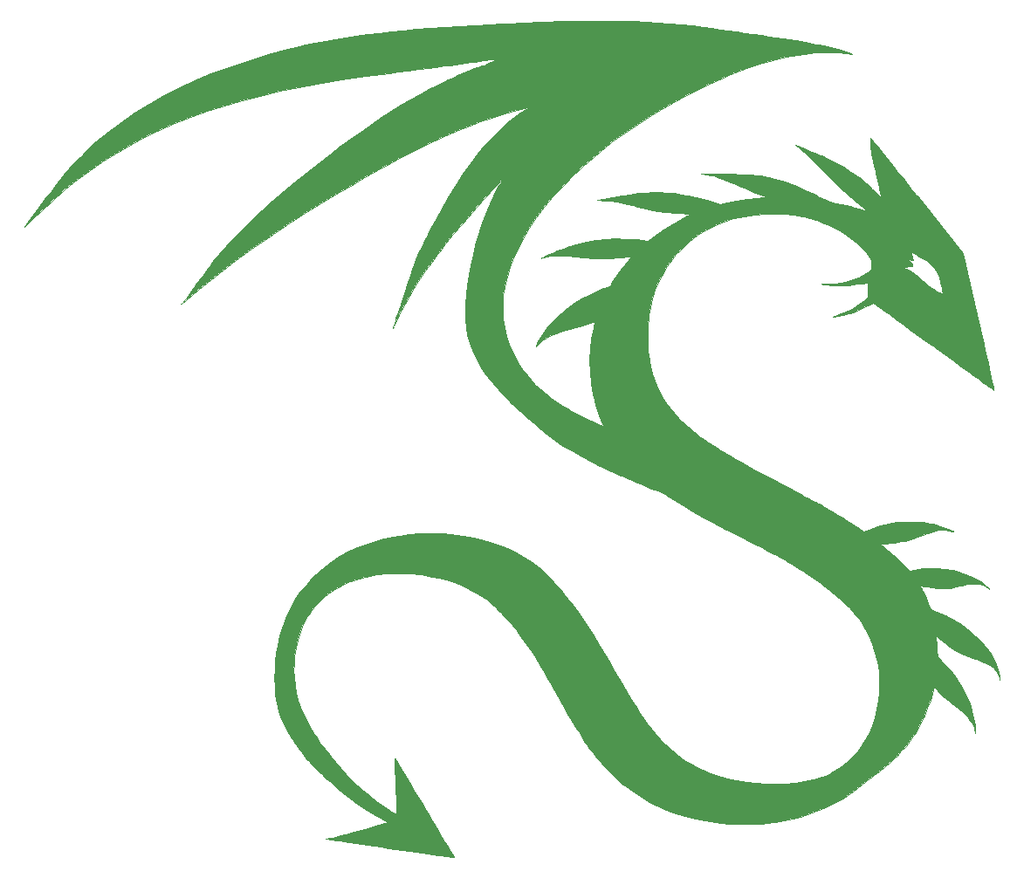
<source format=gbr>
G04 #@! TF.GenerationSoftware,KiCad,Pcbnew,5.1.2*
G04 #@! TF.CreationDate,2019-08-23T11:00:22-05:00*
G04 #@! TF.ProjectId,dragos,64726167-6f73-42e6-9b69-6361645f7063,rev?*
G04 #@! TF.SameCoordinates,Original*
G04 #@! TF.FileFunction,Legend,Top*
G04 #@! TF.FilePolarity,Positive*
%FSLAX46Y46*%
G04 Gerber Fmt 4.6, Leading zero omitted, Abs format (unit mm)*
G04 Created by KiCad (PCBNEW 5.1.2) date 2019-08-23 11:00:22*
%MOMM*%
%LPD*%
G04 APERTURE LIST*
%ADD10C,0.010000*%
G04 APERTURE END LIST*
D10*
G36*
X147505848Y-57913313D02*
G01*
X147975812Y-57916492D01*
X148364500Y-57920446D01*
X149709325Y-57943209D01*
X150982583Y-57980141D01*
X152196313Y-58032036D01*
X153362550Y-58099692D01*
X154493335Y-58183906D01*
X155600703Y-58285475D01*
X156696693Y-58405196D01*
X157793342Y-58543865D01*
X157804834Y-58545415D01*
X158601412Y-58653806D01*
X159407665Y-58765196D01*
X160217535Y-58878669D01*
X161024961Y-58993312D01*
X161823887Y-59108208D01*
X162608252Y-59222445D01*
X163371998Y-59335106D01*
X164109067Y-59445277D01*
X164813401Y-59552044D01*
X165478939Y-59654491D01*
X166099624Y-59751704D01*
X166669397Y-59842768D01*
X167182199Y-59926768D01*
X167631972Y-60002790D01*
X168012657Y-60069918D01*
X168318195Y-60127238D01*
X168429538Y-60149585D01*
X168633215Y-60189869D01*
X168828609Y-60225537D01*
X168986171Y-60251318D01*
X169043372Y-60259070D01*
X169212813Y-60286089D01*
X169447826Y-60333759D01*
X169732987Y-60398082D01*
X170052869Y-60475057D01*
X170392046Y-60560684D01*
X170735094Y-60650965D01*
X171066585Y-60741900D01*
X171371095Y-60829489D01*
X171633197Y-60909733D01*
X171837466Y-60978631D01*
X171880367Y-60994641D01*
X172011838Y-61044755D01*
X172120983Y-61085693D01*
X172151309Y-61096800D01*
X172218406Y-61127844D01*
X172209562Y-61143428D01*
X172132111Y-61143381D01*
X171993387Y-61127531D01*
X171846529Y-61103941D01*
X171475743Y-61051541D01*
X171040283Y-61011325D01*
X170559310Y-60983625D01*
X170051984Y-60968774D01*
X169537463Y-60967102D01*
X169034907Y-60978940D01*
X168563477Y-61004622D01*
X168176500Y-61040437D01*
X166996971Y-61210331D01*
X165779167Y-61449969D01*
X164528575Y-61756616D01*
X163250684Y-62127537D01*
X161950982Y-62559997D01*
X160634958Y-63051261D01*
X159308098Y-63598595D01*
X157975892Y-64199262D01*
X156643827Y-64850528D01*
X155317391Y-65549659D01*
X154002074Y-66293919D01*
X152703362Y-67080573D01*
X151426743Y-67906886D01*
X150177707Y-68770123D01*
X148961741Y-69667550D01*
X147784333Y-70596430D01*
X146650971Y-71554030D01*
X146106920Y-72038756D01*
X145068789Y-73016285D01*
X144096618Y-74004939D01*
X143192652Y-75001761D01*
X142359139Y-76003796D01*
X141598325Y-77008090D01*
X140912456Y-78011688D01*
X140303779Y-79011635D01*
X139774542Y-80004975D01*
X139356764Y-80917524D01*
X139014107Y-81814665D01*
X138728316Y-82737739D01*
X138506628Y-83661765D01*
X138411268Y-84182115D01*
X138381045Y-84423421D01*
X138356112Y-84728882D01*
X138336944Y-85078122D01*
X138324011Y-85450769D01*
X138317786Y-85826446D01*
X138318743Y-86184780D01*
X138327353Y-86505395D01*
X138344090Y-86767917D01*
X138349958Y-86825266D01*
X138480103Y-87670385D01*
X138677206Y-88482536D01*
X138946201Y-89278365D01*
X139292022Y-90074519D01*
X139346131Y-90185500D01*
X139794218Y-91011104D01*
X140301141Y-91790203D01*
X140870041Y-92525953D01*
X141504061Y-93221509D01*
X142206342Y-93880028D01*
X142980024Y-94504663D01*
X143828248Y-95098571D01*
X144754157Y-95664908D01*
X144862006Y-95726291D01*
X145093753Y-95853698D01*
X145361205Y-95994738D01*
X145655326Y-96145184D01*
X145967082Y-96300805D01*
X146287437Y-96457374D01*
X146607358Y-96610661D01*
X146917810Y-96756438D01*
X147209758Y-96890477D01*
X147474168Y-97008547D01*
X147702004Y-97106422D01*
X147884233Y-97179871D01*
X148011819Y-97224666D01*
X148075729Y-97236579D01*
X148081161Y-97233038D01*
X148070575Y-97179035D01*
X148029607Y-97076283D01*
X147986948Y-96986804D01*
X147819178Y-96622624D01*
X147649687Y-96193436D01*
X147484755Y-95718518D01*
X147330660Y-95217152D01*
X147193682Y-94708615D01*
X147080100Y-94212188D01*
X147074734Y-94186000D01*
X146891528Y-93090000D01*
X146785876Y-91988374D01*
X146757706Y-90889235D01*
X146806945Y-89800698D01*
X146933522Y-88730876D01*
X147132396Y-87709000D01*
X147182250Y-87493965D01*
X147223673Y-87310773D01*
X147253467Y-87173947D01*
X147268428Y-87098012D01*
X147269402Y-87087458D01*
X147229447Y-87098096D01*
X147125162Y-87132686D01*
X146971714Y-87186038D01*
X146784265Y-87252961D01*
X146755181Y-87263477D01*
X146573712Y-87325581D01*
X146327956Y-87404416D01*
X146035373Y-87494666D01*
X145713423Y-87591015D01*
X145379564Y-87688150D01*
X145104834Y-87765865D01*
X144779091Y-87857837D01*
X144454888Y-87951479D01*
X144148668Y-88041888D01*
X143876873Y-88124158D01*
X143655947Y-88193385D01*
X143517334Y-88239388D01*
X143006980Y-88440455D01*
X142556289Y-88666072D01*
X142171572Y-88912260D01*
X141859146Y-89175038D01*
X141648494Y-89417573D01*
X141577502Y-89510627D01*
X141541277Y-89544504D01*
X141540726Y-89516015D01*
X141576757Y-89421976D01*
X141650278Y-89259199D01*
X141757935Y-89033313D01*
X142044941Y-88490727D01*
X142364553Y-87989694D01*
X142730453Y-87511605D01*
X143156319Y-87037853D01*
X143417709Y-86775654D01*
X143978221Y-86270353D01*
X144601091Y-85779393D01*
X145270052Y-85312741D01*
X145968836Y-84880366D01*
X146681177Y-84492236D01*
X147390806Y-84158317D01*
X148081456Y-83888579D01*
X148188845Y-83852132D01*
X148720961Y-83675505D01*
X148962579Y-83268669D01*
X149353401Y-82641988D01*
X149750184Y-82071997D01*
X150172427Y-81531809D01*
X150495190Y-81155204D01*
X150618811Y-81013126D01*
X150716479Y-80895691D01*
X150777451Y-80816175D01*
X150792269Y-80788158D01*
X150747426Y-80787440D01*
X150631791Y-80794528D01*
X150458769Y-80808350D01*
X150241770Y-80827835D01*
X149994199Y-80851913D01*
X149994176Y-80851915D01*
X149376184Y-80909943D01*
X148823880Y-80951722D01*
X148319842Y-80977148D01*
X147846644Y-80986113D01*
X147386862Y-80978512D01*
X146923071Y-80954239D01*
X146437849Y-80913188D01*
X145913769Y-80855254D01*
X145676334Y-80825663D01*
X145243386Y-80777285D01*
X144799131Y-80740592D01*
X144357093Y-80715795D01*
X143930793Y-80703104D01*
X143533755Y-80702731D01*
X143179502Y-80714884D01*
X142881556Y-80739775D01*
X142653441Y-80777614D01*
X142649500Y-80778548D01*
X142485286Y-80817369D01*
X142340554Y-80850872D01*
X142247334Y-80871653D01*
X142202065Y-80874472D01*
X142226923Y-80850315D01*
X142313137Y-80802910D01*
X142451931Y-80735989D01*
X142634532Y-80653282D01*
X142852167Y-80558521D01*
X143096062Y-80455435D01*
X143357444Y-80347755D01*
X143627538Y-80239212D01*
X143897572Y-80133537D01*
X144158772Y-80034460D01*
X144402363Y-79945712D01*
X144528389Y-79901718D01*
X145493051Y-79600609D01*
X146439649Y-79366142D01*
X147380497Y-79197125D01*
X148327907Y-79092363D01*
X149294194Y-79050662D01*
X150291672Y-79070829D01*
X151332653Y-79151671D01*
X151761915Y-79200474D01*
X152407664Y-79280073D01*
X153014062Y-78824340D01*
X153940878Y-78171322D01*
X154932866Y-77555052D01*
X155975133Y-76984749D01*
X156038884Y-76952223D01*
X156601268Y-76666459D01*
X156377551Y-76643556D01*
X156238958Y-76631498D01*
X156045711Y-76617453D01*
X155827725Y-76603504D01*
X155688167Y-76595542D01*
X155449409Y-76580825D01*
X155162601Y-76560205D01*
X154843394Y-76535089D01*
X154507441Y-76506882D01*
X154170392Y-76476989D01*
X153847898Y-76446815D01*
X153650204Y-76427167D01*
X173743334Y-76427167D01*
X173764500Y-76448334D01*
X173785667Y-76427167D01*
X173764500Y-76406000D01*
X173743334Y-76427167D01*
X153650204Y-76427167D01*
X153555612Y-76417766D01*
X153309183Y-76391247D01*
X153124265Y-76368663D01*
X153063500Y-76359878D01*
X152821665Y-76317125D01*
X152536054Y-76257643D01*
X152198908Y-76179580D01*
X151802472Y-76081085D01*
X151338987Y-75960308D01*
X150935701Y-75852090D01*
X150472795Y-75728541D01*
X150077049Y-75627827D01*
X149734836Y-75547457D01*
X149432526Y-75484939D01*
X149156490Y-75437785D01*
X148893098Y-75403504D01*
X148628723Y-75379605D01*
X148349733Y-75363599D01*
X148237500Y-75359084D01*
X147517834Y-75332858D01*
X148089334Y-75216060D01*
X149032421Y-75030822D01*
X149906409Y-74876192D01*
X150721211Y-74752365D01*
X151486744Y-74659537D01*
X152212923Y-74597905D01*
X152909664Y-74567663D01*
X153586882Y-74569007D01*
X154254493Y-74602134D01*
X154922414Y-74667239D01*
X155600558Y-74764518D01*
X156298843Y-74894167D01*
X157027183Y-75056381D01*
X157795494Y-75251356D01*
X158405880Y-75419761D01*
X159387927Y-75698663D01*
X160078047Y-75545786D01*
X161057917Y-75352462D01*
X162051638Y-75201828D01*
X163027138Y-75098408D01*
X163469044Y-75067465D01*
X163659333Y-75053939D01*
X163810436Y-75038274D01*
X163907333Y-75022391D01*
X163935009Y-75008210D01*
X163934710Y-75007917D01*
X163881423Y-74981791D01*
X163767795Y-74938094D01*
X163614300Y-74884505D01*
X163541000Y-74860286D01*
X163311408Y-74782795D01*
X163069011Y-74694738D01*
X162802536Y-74591561D01*
X162500711Y-74468711D01*
X162152263Y-74321636D01*
X161745918Y-74145782D01*
X161445500Y-74013929D01*
X160913740Y-73781987D01*
X160446872Y-73584146D01*
X160034102Y-73416564D01*
X159664634Y-73275396D01*
X159327674Y-73156801D01*
X159012424Y-73056936D01*
X158708091Y-72971958D01*
X158403879Y-72898023D01*
X158167970Y-72847235D01*
X157593167Y-72729425D01*
X158016500Y-72746734D01*
X158157902Y-72751318D01*
X158371118Y-72756630D01*
X158643302Y-72762424D01*
X158961605Y-72768457D01*
X159313182Y-72774484D01*
X159685185Y-72780259D01*
X160027334Y-72785046D01*
X160721949Y-72797444D01*
X161342223Y-72815803D01*
X161898332Y-72841048D01*
X162400452Y-72874104D01*
X162858758Y-72915899D01*
X163283427Y-72967357D01*
X163684634Y-73029404D01*
X164072555Y-73102966D01*
X164451167Y-73187486D01*
X165037626Y-73345363D01*
X165671685Y-73548292D01*
X166334494Y-73788864D01*
X167007198Y-74059670D01*
X167670945Y-74353298D01*
X168306883Y-74662340D01*
X168616775Y-74824762D01*
X168779107Y-74909735D01*
X168919107Y-74978527D01*
X169016261Y-75021266D01*
X169043060Y-75029922D01*
X169109834Y-75055636D01*
X169229470Y-75113112D01*
X169381281Y-75192167D01*
X169460591Y-75235390D01*
X169670271Y-75342134D01*
X169870560Y-75420385D01*
X170097567Y-75482886D01*
X170261972Y-75518199D01*
X170686414Y-75606765D01*
X171129816Y-75705853D01*
X171577462Y-75811710D01*
X172014640Y-75920580D01*
X172426635Y-76028710D01*
X172798735Y-76132344D01*
X173116224Y-76227729D01*
X173352765Y-76306889D01*
X173500778Y-76357196D01*
X173615371Y-76390255D01*
X173675936Y-76400276D01*
X173679951Y-76398827D01*
X173655614Y-76367120D01*
X173575786Y-76292495D01*
X173451387Y-76184554D01*
X173293335Y-76052897D01*
X173203688Y-75980036D01*
X172833344Y-75679255D01*
X172491118Y-75396133D01*
X172168004Y-75122407D01*
X171854996Y-74849814D01*
X171543087Y-74570092D01*
X171223271Y-74274978D01*
X170886542Y-73956209D01*
X170523893Y-73605523D01*
X170126319Y-73214657D01*
X169684814Y-72775349D01*
X169404167Y-72494199D01*
X168990006Y-72079268D01*
X168628969Y-71719489D01*
X168315154Y-71409315D01*
X168042660Y-71143198D01*
X167805583Y-70915591D01*
X167598023Y-70720948D01*
X167414077Y-70553721D01*
X167247843Y-70408363D01*
X167093420Y-70279328D01*
X166944904Y-70161067D01*
X166821443Y-70066780D01*
X166694834Y-69971727D01*
X166885334Y-70051774D01*
X166977853Y-70090811D01*
X167134811Y-70157215D01*
X167342710Y-70245268D01*
X167588054Y-70349252D01*
X167857346Y-70463449D01*
X168034038Y-70538411D01*
X168301759Y-70651072D01*
X168545366Y-70751800D01*
X168753508Y-70836045D01*
X168914837Y-70899260D01*
X169018002Y-70936895D01*
X169050038Y-70945602D01*
X169105971Y-70964208D01*
X169225424Y-71015749D01*
X169396624Y-71094441D01*
X169607794Y-71194501D01*
X169847162Y-71310146D01*
X170102951Y-71435591D01*
X170363389Y-71565053D01*
X170616699Y-71692748D01*
X170851108Y-71812893D01*
X171054842Y-71919705D01*
X171216125Y-72007399D01*
X171245667Y-72024080D01*
X171594747Y-72231711D01*
X171973854Y-72472073D01*
X172358176Y-72728509D01*
X172722904Y-72984361D01*
X173043229Y-73222969D01*
X173115190Y-73279343D01*
X173274594Y-73412218D01*
X173477873Y-73591481D01*
X173709669Y-73803021D01*
X173954622Y-74032730D01*
X174197373Y-74266498D01*
X174303214Y-74370662D01*
X174506226Y-74569535D01*
X174686871Y-74741765D01*
X174837484Y-74880434D01*
X174950401Y-74978627D01*
X175017958Y-75029424D01*
X175033989Y-75030167D01*
X175018780Y-74961650D01*
X174989225Y-74826173D01*
X174948757Y-74639555D01*
X174900808Y-74417615D01*
X174864967Y-74251268D01*
X174811485Y-74006130D01*
X174743741Y-73700777D01*
X174666734Y-73357444D01*
X174585464Y-72998362D01*
X174504928Y-72645766D01*
X174465209Y-72473268D01*
X174347678Y-71959374D01*
X174249715Y-71518697D01*
X174169751Y-71142469D01*
X174106221Y-70821921D01*
X174057556Y-70548284D01*
X174022192Y-70312789D01*
X173998559Y-70106667D01*
X173985093Y-69921149D01*
X173980320Y-69759667D01*
X173982250Y-69553743D01*
X173991755Y-69405652D01*
X174007923Y-69326009D01*
X174018486Y-69315167D01*
X174049030Y-69347708D01*
X174129584Y-69443059D01*
X174257398Y-69597809D01*
X174429725Y-69808548D01*
X174643815Y-70071865D01*
X174896920Y-70384351D01*
X175186292Y-70742594D01*
X175509181Y-71143185D01*
X175862840Y-71582714D01*
X176244520Y-72057769D01*
X176651472Y-72564941D01*
X177080948Y-73100819D01*
X177530199Y-73661993D01*
X177996476Y-74245052D01*
X178477032Y-74846587D01*
X178526986Y-74909153D01*
X182993167Y-80503139D01*
X184489959Y-87114250D01*
X184655597Y-87846646D01*
X184815805Y-88556592D01*
X184969608Y-89239700D01*
X185116032Y-89891582D01*
X185254104Y-90507849D01*
X185382849Y-91084114D01*
X185501293Y-91615988D01*
X185608462Y-92099083D01*
X185703383Y-92529012D01*
X185785080Y-92901385D01*
X185852580Y-93211816D01*
X185904908Y-93455915D01*
X185941092Y-93629294D01*
X185960156Y-93727566D01*
X185962798Y-93749313D01*
X185926571Y-93727405D01*
X185825468Y-93658157D01*
X185663021Y-93544115D01*
X185442763Y-93387823D01*
X185168226Y-93191827D01*
X184842945Y-92958673D01*
X184470450Y-92690907D01*
X184054276Y-92391073D01*
X183597956Y-92061719D01*
X183105021Y-91705388D01*
X182579004Y-91324627D01*
X182023439Y-90921982D01*
X181441859Y-90499997D01*
X180837795Y-90061219D01*
X180214781Y-89608192D01*
X180128227Y-89545216D01*
X179502333Y-89089927D01*
X178894639Y-88648144D01*
X178308701Y-88222442D01*
X177748074Y-87815393D01*
X177216315Y-87429571D01*
X176716979Y-87067548D01*
X176253621Y-86731898D01*
X175829798Y-86425192D01*
X175449065Y-86150005D01*
X175114978Y-85908910D01*
X174831093Y-85704478D01*
X174600966Y-85539284D01*
X174428152Y-85415900D01*
X174316206Y-85336899D01*
X174268686Y-85304855D01*
X174267443Y-85304276D01*
X174215378Y-85318380D01*
X174100662Y-85365358D01*
X173936003Y-85439486D01*
X173734107Y-85535041D01*
X173507680Y-85646300D01*
X173504055Y-85648112D01*
X173050398Y-85868069D01*
X172647921Y-86047222D01*
X172278119Y-86192856D01*
X171922488Y-86312255D01*
X171562521Y-86412704D01*
X171560315Y-86413263D01*
X171359734Y-86461034D01*
X171141813Y-86507938D01*
X170922872Y-86551074D01*
X170719232Y-86587538D01*
X170547212Y-86614427D01*
X170423132Y-86628838D01*
X170363314Y-86627869D01*
X170361191Y-86626545D01*
X170355258Y-86618471D01*
X170363476Y-86608849D01*
X170397823Y-86593230D01*
X170470279Y-86567161D01*
X170592824Y-86526190D01*
X170777437Y-86465868D01*
X170907000Y-86423730D01*
X171608841Y-86161971D01*
X172244529Y-85855019D01*
X172811720Y-85504240D01*
X173308072Y-85111004D01*
X173541838Y-84885611D01*
X173700177Y-84721774D01*
X173711172Y-84035212D01*
X173714345Y-83776071D01*
X173713689Y-83590093D01*
X173708325Y-83465828D01*
X173697380Y-83391823D01*
X173679977Y-83356628D01*
X173658667Y-83348665D01*
X173599240Y-83354300D01*
X173469352Y-83370041D01*
X173282376Y-83394152D01*
X173051687Y-83424897D01*
X172790656Y-83460542D01*
X172706167Y-83472247D01*
X172238922Y-83534325D01*
X171839752Y-83580403D01*
X171493761Y-83611343D01*
X171186054Y-83628008D01*
X170901737Y-83631261D01*
X170625912Y-83621964D01*
X170399000Y-83605870D01*
X170107380Y-83578580D01*
X169835707Y-83548643D01*
X169596839Y-83517863D01*
X169403634Y-83488045D01*
X169268947Y-83460997D01*
X169205636Y-83438522D01*
X169205299Y-83438232D01*
X169236190Y-83430160D01*
X169339574Y-83422849D01*
X169503276Y-83416730D01*
X169715123Y-83412237D01*
X169962942Y-83409804D01*
X170009633Y-83409621D01*
X170599039Y-83392485D01*
X171126857Y-83342334D01*
X171610981Y-83255312D01*
X172069310Y-83127567D01*
X172519739Y-82955243D01*
X172860739Y-82795633D01*
X173072554Y-82683699D01*
X173293810Y-82556939D01*
X173510373Y-82424548D01*
X173708106Y-82295722D01*
X173872873Y-82179654D01*
X173990539Y-82085539D01*
X174045843Y-82024794D01*
X174074656Y-81920270D01*
X177235834Y-81920270D01*
X177414170Y-81973369D01*
X177694286Y-82085275D01*
X178005432Y-82259848D01*
X178334151Y-82487716D01*
X178666989Y-82759508D01*
X178990489Y-83065854D01*
X179006883Y-83082634D01*
X179317784Y-83386210D01*
X179613313Y-83637041D01*
X179920750Y-83855523D01*
X180267373Y-84062050D01*
X180442943Y-84156278D01*
X180669213Y-84272551D01*
X180830715Y-84349750D01*
X180936289Y-84390635D01*
X180994776Y-84397964D01*
X181015018Y-84374497D01*
X181008909Y-84332917D01*
X180993287Y-84265479D01*
X180965514Y-84132584D01*
X180929200Y-83951963D01*
X180887952Y-83741348D01*
X180877531Y-83687334D01*
X180782310Y-83240668D01*
X180681611Y-82867423D01*
X180571827Y-82556373D01*
X180449353Y-82296292D01*
X180406558Y-82221440D01*
X180163635Y-81888225D01*
X179842131Y-81565289D01*
X179447984Y-81257964D01*
X179059082Y-81012303D01*
X178888631Y-80911910D01*
X178680491Y-80785899D01*
X178468078Y-80654613D01*
X178367924Y-80591580D01*
X178207787Y-80491142D01*
X178075257Y-80410153D01*
X177985751Y-80357898D01*
X177955174Y-80343000D01*
X177935921Y-80369752D01*
X177944174Y-80454660D01*
X177981248Y-80604701D01*
X178043260Y-80810444D01*
X178090526Y-80968466D01*
X178122813Y-81093082D01*
X178135219Y-81164592D01*
X178133671Y-81173774D01*
X178088307Y-81169377D01*
X177981967Y-81142871D01*
X177833664Y-81099894D01*
X177662413Y-81046083D01*
X177487228Y-80987075D01*
X177405167Y-80957774D01*
X177397949Y-80963023D01*
X177452238Y-81003865D01*
X177556963Y-81072290D01*
X177603930Y-81101549D01*
X177822576Y-81250615D01*
X177966774Y-81384761D01*
X178043608Y-81511902D01*
X178061334Y-81612830D01*
X178055587Y-81678337D01*
X178024869Y-81715776D01*
X177948959Y-81736671D01*
X177817917Y-81751566D01*
X177646074Y-81778466D01*
X177478359Y-81821141D01*
X177405167Y-81847580D01*
X177235834Y-81920270D01*
X174074656Y-81920270D01*
X174075238Y-81918161D01*
X174089243Y-81755927D01*
X174088411Y-81565643D01*
X174073297Y-81374859D01*
X174044455Y-81211126D01*
X174028395Y-81157092D01*
X173926238Y-80922729D01*
X173780524Y-80680980D01*
X173582947Y-80420078D01*
X173325205Y-80128256D01*
X173235334Y-80033364D01*
X172638721Y-79465685D01*
X171976669Y-78933911D01*
X171264365Y-78448116D01*
X170517001Y-78018373D01*
X169749765Y-77654756D01*
X169488834Y-77548664D01*
X169307460Y-77476315D01*
X169133778Y-77404103D01*
X169000223Y-77345573D01*
X168980834Y-77336536D01*
X168853777Y-77287297D01*
X168660001Y-77225999D01*
X168415888Y-77156786D01*
X168137821Y-77083802D01*
X167842180Y-77011191D01*
X167545350Y-76943097D01*
X167263712Y-76883663D01*
X167013649Y-76837034D01*
X166991167Y-76833261D01*
X166612401Y-76773650D01*
X166268043Y-76727349D01*
X165933622Y-76692100D01*
X165584666Y-76665643D01*
X165196705Y-76645719D01*
X164811000Y-76632022D01*
X163744378Y-76637192D01*
X162706286Y-76717594D01*
X161699380Y-76872223D01*
X160726314Y-77100079D01*
X159789746Y-77400158D01*
X158892329Y-77771458D01*
X158036720Y-78212977D01*
X157225574Y-78723712D01*
X156461548Y-79302661D01*
X155747295Y-79948821D01*
X155581383Y-80116046D01*
X155143115Y-80586189D01*
X154762045Y-81038977D01*
X154420959Y-81497437D01*
X154102639Y-81984600D01*
X153813483Y-82480834D01*
X153423193Y-83251142D01*
X153096983Y-84044755D01*
X152830923Y-84873629D01*
X152621083Y-85749719D01*
X152487852Y-86514148D01*
X152445655Y-86868128D01*
X152412508Y-87285806D01*
X152388782Y-87746659D01*
X152374842Y-88230164D01*
X152371057Y-88715797D01*
X152377796Y-89183038D01*
X152395425Y-89611362D01*
X152424314Y-89980246D01*
X152425512Y-89991626D01*
X152528101Y-90773713D01*
X152665617Y-91496006D01*
X152843774Y-92178177D01*
X153068289Y-92839902D01*
X153344875Y-93500852D01*
X153595311Y-94018464D01*
X153906636Y-94584129D01*
X154252623Y-95124022D01*
X154639876Y-95645403D01*
X155075000Y-96155533D01*
X155564600Y-96661670D01*
X156115281Y-97171075D01*
X156733648Y-97691007D01*
X157424780Y-98227581D01*
X157777328Y-98486418D01*
X158151381Y-98749678D01*
X158550975Y-99019697D01*
X158980144Y-99298812D01*
X159442924Y-99589360D01*
X159943351Y-99893678D01*
X160485460Y-100214100D01*
X161073287Y-100552966D01*
X161710867Y-100912610D01*
X162402235Y-101295370D01*
X163151428Y-101703581D01*
X163962481Y-102139582D01*
X164839429Y-102605708D01*
X165786308Y-103104295D01*
X166419667Y-103435656D01*
X166742426Y-103604832D01*
X167086584Y-103786423D01*
X167431189Y-103969293D01*
X167755286Y-104142301D01*
X168037922Y-104294309D01*
X168180920Y-104371910D01*
X168412723Y-104497389D01*
X168625567Y-104610891D01*
X168805812Y-104705278D01*
X168939820Y-104773410D01*
X169013952Y-104808149D01*
X169015723Y-104808837D01*
X169126674Y-104860260D01*
X169299880Y-104952499D01*
X169526604Y-105080229D01*
X169798110Y-105238127D01*
X170105662Y-105420871D01*
X170440523Y-105623138D01*
X170793958Y-105839604D01*
X171157229Y-106064947D01*
X171521600Y-106293843D01*
X171878335Y-106520969D01*
X172218698Y-106741002D01*
X172533951Y-106948620D01*
X172600334Y-106992946D01*
X173341167Y-107489047D01*
X173531667Y-107415519D01*
X174054624Y-107218317D01*
X174518988Y-107053994D01*
X174941825Y-106917428D01*
X175340202Y-106803498D01*
X175731185Y-106707080D01*
X176131840Y-106623054D01*
X176241000Y-106602363D01*
X176395289Y-106577284D01*
X176562896Y-106558124D01*
X176757372Y-106544203D01*
X176992271Y-106534839D01*
X177281147Y-106529353D01*
X177637551Y-106527065D01*
X177743834Y-106526909D01*
X178173914Y-106529022D01*
X178538250Y-106537430D01*
X178855664Y-106554286D01*
X179144977Y-106581742D01*
X179425010Y-106621951D01*
X179714586Y-106677067D01*
X180032526Y-106749243D01*
X180326167Y-106822300D01*
X180539661Y-106881297D01*
X180779415Y-106954949D01*
X181031551Y-107038162D01*
X181282193Y-107125843D01*
X181517464Y-107212897D01*
X181723487Y-107294229D01*
X181886386Y-107364745D01*
X181992284Y-107419350D01*
X182025586Y-107446181D01*
X182024762Y-107473902D01*
X181973528Y-107459948D01*
X181638953Y-107361494D01*
X181246371Y-107314090D01*
X181080351Y-107309836D01*
X180842924Y-107316256D01*
X180611065Y-107338328D01*
X180372514Y-107379327D01*
X180115011Y-107442528D01*
X179826295Y-107531202D01*
X179494109Y-107648625D01*
X179106190Y-107798069D01*
X178818808Y-107913744D01*
X178576391Y-108010192D01*
X178325710Y-108105947D01*
X178094173Y-108190777D01*
X177909191Y-108254448D01*
X177887475Y-108261439D01*
X177667214Y-108320671D01*
X177376939Y-108382138D01*
X177031180Y-108443546D01*
X176644470Y-108502602D01*
X176231339Y-108557013D01*
X175806318Y-108604484D01*
X175572115Y-108626862D01*
X175358681Y-108647917D01*
X175180087Y-108669284D01*
X175050911Y-108688921D01*
X174985737Y-108704788D01*
X174980851Y-108709616D01*
X175016156Y-108745046D01*
X175105730Y-108823202D01*
X175237662Y-108934001D01*
X175400043Y-109067360D01*
X175479000Y-109131339D01*
X176039696Y-109594835D01*
X176534037Y-110027343D01*
X176970850Y-110436814D01*
X177315646Y-110785432D01*
X177761601Y-111254121D01*
X178260717Y-111166203D01*
X179031784Y-111055956D01*
X179763668Y-111006696D01*
X180476749Y-111019234D01*
X181191406Y-111094386D01*
X181928020Y-111232964D01*
X182318155Y-111328178D01*
X182992256Y-111533208D01*
X183635611Y-111786147D01*
X184236026Y-112080897D01*
X184781306Y-112411360D01*
X185259254Y-112771437D01*
X185334096Y-112836185D01*
X185444967Y-112941159D01*
X185512679Y-113018278D01*
X185534278Y-113059466D01*
X185506809Y-113056642D01*
X185427318Y-113001729D01*
X185380753Y-112963756D01*
X185152258Y-112807862D01*
X184865980Y-112669915D01*
X184601762Y-112577991D01*
X184362281Y-112530759D01*
X184080349Y-112517861D01*
X183748425Y-112539957D01*
X183358968Y-112597704D01*
X182904437Y-112691764D01*
X182675667Y-112746357D01*
X182305967Y-112835974D01*
X182000247Y-112904501D01*
X181740890Y-112953434D01*
X181510275Y-112984265D01*
X181290783Y-112998487D01*
X181064797Y-112997594D01*
X180814695Y-112983078D01*
X180522861Y-112956433D01*
X180376378Y-112941218D01*
X180091110Y-112909775D01*
X179805043Y-112876159D01*
X179540385Y-112843127D01*
X179319341Y-112813436D01*
X179184914Y-112793305D01*
X179017477Y-112767074D01*
X178886027Y-112748430D01*
X178809606Y-112739978D01*
X178798002Y-112740364D01*
X178814382Y-112778252D01*
X178864668Y-112873171D01*
X178940149Y-113008993D01*
X178997118Y-113109000D01*
X179205211Y-113500906D01*
X179412796Y-113947297D01*
X179606685Y-114418949D01*
X179693122Y-114651615D01*
X179828518Y-115030064D01*
X180437176Y-115255046D01*
X181276499Y-115599301D01*
X182051140Y-115987208D01*
X182757234Y-116416653D01*
X183331834Y-116837660D01*
X183555675Y-117026485D01*
X183814222Y-117259759D01*
X184091516Y-117521743D01*
X184371601Y-117796696D01*
X184638518Y-118068878D01*
X184876311Y-118322548D01*
X185069022Y-118541967D01*
X185109533Y-118591167D01*
X185543020Y-119171531D01*
X185896640Y-119744246D01*
X186173886Y-120316501D01*
X186378247Y-120895483D01*
X186511422Y-121477797D01*
X186540102Y-121665139D01*
X186555023Y-121802240D01*
X186557052Y-121882639D01*
X186547054Y-121899874D01*
X186525896Y-121847483D01*
X186494444Y-121719004D01*
X186485081Y-121674274D01*
X186369162Y-121312032D01*
X186175730Y-120982769D01*
X185904554Y-120686226D01*
X185555404Y-120422140D01*
X185209130Y-120228831D01*
X185033379Y-120149636D01*
X184796815Y-120052866D01*
X184519444Y-119946171D01*
X184221273Y-119837206D01*
X183922309Y-119733623D01*
X183861000Y-119713172D01*
X183435676Y-119569103D01*
X183077409Y-119438982D01*
X182771364Y-119315251D01*
X182502709Y-119190354D01*
X182256610Y-119056732D01*
X182018234Y-118906828D01*
X181772746Y-118733085D01*
X181505315Y-118527944D01*
X181452140Y-118485860D01*
X181237883Y-118314750D01*
X181034174Y-118150412D01*
X180855122Y-118004351D01*
X180714833Y-117888072D01*
X180629354Y-117814818D01*
X180489020Y-117689348D01*
X180400212Y-117619133D01*
X180353735Y-117610145D01*
X180340397Y-117668351D01*
X180351002Y-117799723D01*
X180372926Y-117981320D01*
X180395341Y-118195219D01*
X180418319Y-118459226D01*
X180439071Y-118738848D01*
X180454037Y-118984736D01*
X180484535Y-119564834D01*
X181041099Y-120136334D01*
X181583657Y-120735785D01*
X182085706Y-121375308D01*
X182543026Y-122046072D01*
X182951397Y-122739245D01*
X183306599Y-123445996D01*
X183604414Y-124157494D01*
X183840620Y-124864908D01*
X184010999Y-125559405D01*
X184111331Y-126232156D01*
X184135902Y-126613334D01*
X184141827Y-126830434D01*
X184143540Y-126967817D01*
X184140712Y-127030340D01*
X184133012Y-127022864D01*
X184120108Y-126950248D01*
X184115246Y-126916997D01*
X184075743Y-126687158D01*
X184023150Y-126489907D01*
X183946348Y-126291664D01*
X183834222Y-126058853D01*
X183825502Y-126041834D01*
X183679647Y-125811008D01*
X183463442Y-125546279D01*
X183181824Y-125252477D01*
X182839730Y-124934436D01*
X182442096Y-124596988D01*
X181993857Y-124244966D01*
X181977167Y-124232330D01*
X181597733Y-123941377D01*
X181281127Y-123689072D01*
X181019115Y-123468036D01*
X180803464Y-123270887D01*
X180625939Y-123090247D01*
X180478306Y-122918733D01*
X180405145Y-122823273D01*
X180309023Y-122700174D01*
X180230585Y-122614124D01*
X180183111Y-122579218D01*
X180176819Y-122580909D01*
X180156538Y-122631991D01*
X180120548Y-122748495D01*
X180073736Y-122913719D01*
X180020988Y-123110963D01*
X180014803Y-123134787D01*
X179800072Y-123857365D01*
X179525262Y-124607984D01*
X179199620Y-125366082D01*
X178832393Y-126111096D01*
X178432827Y-126822464D01*
X178162820Y-127253001D01*
X177803200Y-127771273D01*
X177414857Y-128270707D01*
X176982705Y-128769547D01*
X176491658Y-129286035D01*
X176431819Y-129346295D01*
X175918978Y-129842914D01*
X175419992Y-130287205D01*
X174908404Y-130701294D01*
X174357759Y-131107306D01*
X174166667Y-131240735D01*
X173935475Y-131404884D01*
X173686950Y-131589021D01*
X173449507Y-131771661D01*
X173251562Y-131931318D01*
X173235334Y-131944940D01*
X172346234Y-132641466D01*
X171410550Y-133270556D01*
X170427082Y-133832703D01*
X169394626Y-134328398D01*
X168311982Y-134758133D01*
X167177948Y-135122399D01*
X165991322Y-135421688D01*
X164750903Y-135656492D01*
X163858500Y-135781714D01*
X163556655Y-135811216D01*
X163189024Y-135835748D01*
X162774360Y-135854963D01*
X162331418Y-135868515D01*
X161878950Y-135876059D01*
X161435711Y-135877247D01*
X161020455Y-135871733D01*
X160651935Y-135859172D01*
X160420943Y-135845182D01*
X159437364Y-135750102D01*
X158462573Y-135616580D01*
X157508456Y-135447261D01*
X156586900Y-135244791D01*
X155709790Y-135011818D01*
X154889011Y-134750987D01*
X154136451Y-134464945D01*
X154041112Y-134424705D01*
X153224179Y-134048075D01*
X152406046Y-133618410D01*
X151607735Y-133148150D01*
X150850266Y-132649736D01*
X150154662Y-132135609D01*
X150100167Y-132092462D01*
X149885596Y-131912251D01*
X149627255Y-131680023D01*
X149337003Y-131407585D01*
X149026700Y-131106746D01*
X148708206Y-130789313D01*
X148393381Y-130467094D01*
X148094084Y-130151899D01*
X147822175Y-129855534D01*
X147605822Y-129608979D01*
X147416145Y-129383973D01*
X147227873Y-129155881D01*
X147048842Y-128934682D01*
X146886887Y-128730354D01*
X146749842Y-128552874D01*
X146645544Y-128412223D01*
X146581826Y-128318378D01*
X146565334Y-128283853D01*
X146542573Y-128238345D01*
X146481531Y-128140862D01*
X146393062Y-128008377D01*
X146339777Y-127931221D01*
X146151500Y-127652105D01*
X145927229Y-127303058D01*
X145670033Y-126889266D01*
X145382980Y-126415915D01*
X145069138Y-125888192D01*
X144731575Y-125311283D01*
X144373358Y-124690374D01*
X143997556Y-124030652D01*
X143607236Y-123337303D01*
X143358384Y-122891180D01*
X143049192Y-122336284D01*
X142774752Y-121846947D01*
X142529718Y-121414156D01*
X142308745Y-121028901D01*
X142106490Y-120682170D01*
X141917607Y-120364951D01*
X141736751Y-120068233D01*
X141558577Y-119783003D01*
X141377742Y-119500251D01*
X141188899Y-119210964D01*
X141061109Y-119017837D01*
X140557842Y-118279102D01*
X140072612Y-117606382D01*
X139594533Y-116986122D01*
X139112717Y-116404765D01*
X138616276Y-115848755D01*
X138094324Y-115304534D01*
X138015233Y-115225152D01*
X137574076Y-114795787D01*
X137165751Y-114424671D01*
X136774836Y-114100483D01*
X136385911Y-113811899D01*
X135983557Y-113547598D01*
X135552353Y-113296257D01*
X135076878Y-113046554D01*
X134987167Y-113001783D01*
X134275590Y-112671846D01*
X133572395Y-112394226D01*
X132853232Y-112160766D01*
X132093753Y-111963312D01*
X131524734Y-111842080D01*
X130384284Y-111652790D01*
X129274783Y-111539494D01*
X128189811Y-111502214D01*
X127122947Y-111540971D01*
X126067772Y-111655786D01*
X125017863Y-111846681D01*
X124939582Y-111863970D01*
X124095050Y-112095604D01*
X123282659Y-112404889D01*
X122506120Y-112789723D01*
X121769142Y-113248006D01*
X121075434Y-113777638D01*
X120428707Y-114376519D01*
X120339834Y-114468164D01*
X120086263Y-114740321D01*
X119877951Y-114982852D01*
X119695652Y-115220977D01*
X119520124Y-115479913D01*
X119332121Y-115784880D01*
X119321625Y-115802500D01*
X118975147Y-116459742D01*
X118680236Y-117176041D01*
X118439375Y-117941464D01*
X118255047Y-118746081D01*
X118129737Y-119579959D01*
X118065929Y-120433168D01*
X118057865Y-120856000D01*
X118082507Y-121612835D01*
X118159539Y-122343241D01*
X118292202Y-123059790D01*
X118483742Y-123775055D01*
X118737399Y-124501611D01*
X119056417Y-125252031D01*
X119345177Y-125847219D01*
X119485119Y-126113658D01*
X119645673Y-126404918D01*
X119819880Y-126709658D01*
X120000780Y-127016538D01*
X120181413Y-127314215D01*
X120354821Y-127591349D01*
X120514044Y-127836598D01*
X120652124Y-128038620D01*
X120762100Y-128186075D01*
X120822190Y-128254264D01*
X120873552Y-128313192D01*
X120964334Y-128426122D01*
X121083536Y-128579041D01*
X121220159Y-128757933D01*
X121284958Y-128843927D01*
X121743962Y-129434796D01*
X122219503Y-130003715D01*
X122728918Y-130570482D01*
X123289541Y-131154894D01*
X123448455Y-131314799D01*
X123814285Y-131676871D01*
X124141032Y-131991416D01*
X124446164Y-132273919D01*
X124747147Y-132539866D01*
X125061449Y-132804743D01*
X125406535Y-133084036D01*
X125741438Y-133347711D01*
X125898725Y-133467175D01*
X126095214Y-133611412D01*
X126320925Y-133773573D01*
X126565882Y-133946813D01*
X126820107Y-134124285D01*
X127073624Y-134299140D01*
X127316454Y-134464532D01*
X127538620Y-134613614D01*
X127730145Y-134739540D01*
X127881051Y-134835461D01*
X127981361Y-134894530D01*
X128018947Y-134910667D01*
X128021738Y-134869549D01*
X128021151Y-134750901D01*
X128017407Y-134561786D01*
X128010722Y-134309264D01*
X128001316Y-134000396D01*
X127989408Y-133642244D01*
X127975216Y-133241868D01*
X127958958Y-132806331D01*
X127940853Y-132342692D01*
X127934753Y-132190750D01*
X127915926Y-131719060D01*
X127898561Y-131272769D01*
X127882907Y-130858999D01*
X127869212Y-130484874D01*
X127857723Y-130157516D01*
X127848688Y-129884048D01*
X127842357Y-129671593D01*
X127838976Y-129527273D01*
X127838794Y-129458211D01*
X127839427Y-129453195D01*
X127871508Y-129453195D01*
X127894698Y-129490679D01*
X127958205Y-129595648D01*
X128058919Y-129762904D01*
X128193733Y-129987251D01*
X128359536Y-130263491D01*
X128553219Y-130586428D01*
X128771673Y-130950864D01*
X129011789Y-131351603D01*
X129270458Y-131783448D01*
X129544570Y-132241201D01*
X129831016Y-132719666D01*
X130126687Y-133213645D01*
X130428474Y-133717942D01*
X130733267Y-134227359D01*
X131037958Y-134736701D01*
X131339436Y-135240768D01*
X131634594Y-135734366D01*
X131920321Y-136212296D01*
X132193509Y-136669361D01*
X132451048Y-137100366D01*
X132689829Y-137500112D01*
X132906743Y-137863402D01*
X133098680Y-138185041D01*
X133262532Y-138459830D01*
X133395189Y-138682572D01*
X133493542Y-138848072D01*
X133554481Y-138951131D01*
X133574272Y-138985250D01*
X133589855Y-139033074D01*
X133554925Y-139052786D01*
X133454073Y-139054146D01*
X133393980Y-139047553D01*
X133254940Y-139029462D01*
X133041788Y-139000559D01*
X132759363Y-138961531D01*
X132412502Y-138913063D01*
X132006042Y-138855842D01*
X131544820Y-138790554D01*
X131033673Y-138717885D01*
X130477440Y-138638521D01*
X129880957Y-138553148D01*
X129249062Y-138462454D01*
X128586591Y-138367123D01*
X127898382Y-138267842D01*
X127253083Y-138174534D01*
X126548285Y-138072382D01*
X125866510Y-137973313D01*
X125212454Y-137878022D01*
X124590811Y-137787203D01*
X124006278Y-137701550D01*
X123463549Y-137621758D01*
X122967319Y-137548521D01*
X122522282Y-137482533D01*
X122133135Y-137424489D01*
X121804572Y-137375083D01*
X121541288Y-137335010D01*
X121347978Y-137304964D01*
X121229337Y-137285639D01*
X121190078Y-137277856D01*
X121218299Y-137262297D01*
X121312728Y-137239851D01*
X121455603Y-137214451D01*
X121522046Y-137204386D01*
X121796284Y-137156577D01*
X122147640Y-137081528D01*
X122573325Y-136979988D01*
X123070547Y-136852703D01*
X123636518Y-136700420D01*
X124268448Y-136523885D01*
X124963547Y-136323847D01*
X125719025Y-136101051D01*
X126340479Y-135914355D01*
X126579362Y-135841190D01*
X126789547Y-135775156D01*
X126957862Y-135720527D01*
X127071133Y-135681577D01*
X127116055Y-135662723D01*
X127091014Y-135634160D01*
X127004899Y-135574320D01*
X126871241Y-135491957D01*
X126703570Y-135395827D01*
X126703409Y-135395738D01*
X125816478Y-134886814D01*
X124995291Y-134380435D01*
X124222216Y-133864426D01*
X123479620Y-133326608D01*
X122749872Y-132754807D01*
X122139000Y-132243698D01*
X121624810Y-131798859D01*
X121172741Y-131401528D01*
X120778056Y-131047264D01*
X120436019Y-130731630D01*
X120141893Y-130450185D01*
X119890942Y-130198490D01*
X119678429Y-129972105D01*
X119512175Y-129781631D01*
X119331486Y-129561810D01*
X119139639Y-129321179D01*
X118946594Y-129072942D01*
X118762317Y-128830303D01*
X118596768Y-128606465D01*
X118459912Y-128414631D01*
X118361710Y-128268005D01*
X118329000Y-128213599D01*
X118284753Y-128139951D01*
X118203736Y-128010300D01*
X118095403Y-127839575D01*
X117969205Y-127642711D01*
X117887046Y-127515479D01*
X117525987Y-126939107D01*
X117220696Y-126406188D01*
X116966082Y-125901319D01*
X116757049Y-125409095D01*
X116588506Y-124914111D01*
X116455359Y-124400963D01*
X116352515Y-123854248D01*
X116274881Y-123258560D01*
X116217364Y-122598495D01*
X116206168Y-122431635D01*
X116182596Y-121690195D01*
X116201383Y-120898699D01*
X116260998Y-120079491D01*
X116359913Y-119254919D01*
X116469140Y-118591167D01*
X116694952Y-117562872D01*
X116979604Y-116593332D01*
X117324669Y-115678943D01*
X117731722Y-114816096D01*
X118202335Y-114001186D01*
X118738083Y-113230608D01*
X118898359Y-113024334D01*
X119096637Y-112788313D01*
X119344253Y-112514161D01*
X119625409Y-112217831D01*
X119924303Y-111915279D01*
X120225137Y-111622458D01*
X120512110Y-111355323D01*
X120769422Y-111129829D01*
X120798846Y-111105255D01*
X121635218Y-110462525D01*
X122515745Y-109886329D01*
X123442621Y-109375760D01*
X124418044Y-108929910D01*
X125444210Y-108547873D01*
X126523314Y-108228742D01*
X127657554Y-107971611D01*
X128849125Y-107775572D01*
X128870000Y-107772747D01*
X129186319Y-107737891D01*
X129568819Y-107708337D01*
X129999151Y-107684509D01*
X130458971Y-107666833D01*
X130929932Y-107655734D01*
X131393687Y-107651636D01*
X131831891Y-107654966D01*
X132226197Y-107666148D01*
X132558258Y-107685607D01*
X132574167Y-107686911D01*
X133855000Y-107824809D01*
X135073250Y-108019713D01*
X136228941Y-108271629D01*
X137322097Y-108580566D01*
X138352743Y-108946533D01*
X139320905Y-109369538D01*
X140226607Y-109849588D01*
X141069873Y-110386692D01*
X141391707Y-110619010D01*
X141740711Y-110898872D01*
X142126978Y-111242594D01*
X142543065Y-111642133D01*
X142981528Y-112089446D01*
X143434924Y-112576493D01*
X143895809Y-113095230D01*
X144356739Y-113637617D01*
X144810272Y-114195610D01*
X145248964Y-114761169D01*
X145350125Y-114895677D01*
X145699535Y-115370444D01*
X146037476Y-115845367D01*
X146370043Y-116329985D01*
X146703331Y-116833837D01*
X147043434Y-117366462D01*
X147396446Y-117937398D01*
X147768463Y-118556185D01*
X148165580Y-119232362D01*
X148577754Y-119947259D01*
X149033476Y-120741695D01*
X149451768Y-121466471D01*
X149835564Y-122126355D01*
X150187798Y-122726112D01*
X150511407Y-123270508D01*
X150809324Y-123764308D01*
X151084484Y-124212279D01*
X151339822Y-124619187D01*
X151578274Y-124989798D01*
X151802773Y-125328878D01*
X152016256Y-125641191D01*
X152221655Y-125931506D01*
X152421907Y-126204587D01*
X152472537Y-126272086D01*
X153149712Y-127118726D01*
X153845113Y-127884579D01*
X154561518Y-128572102D01*
X155301702Y-129183752D01*
X156068444Y-129721988D01*
X156864521Y-130189265D01*
X156950026Y-130234366D01*
X157695494Y-130594909D01*
X158463745Y-130908723D01*
X159262801Y-131177761D01*
X160100684Y-131403973D01*
X160985417Y-131589308D01*
X161925022Y-131735718D01*
X162927521Y-131845152D01*
X163847180Y-131911242D01*
X164777972Y-131934891D01*
X165722533Y-131903451D01*
X166664910Y-131818981D01*
X167589149Y-131683545D01*
X168479299Y-131499202D01*
X169319405Y-131268013D01*
X169637000Y-131163182D01*
X169990653Y-131013230D01*
X170377849Y-130800893D01*
X170787089Y-130535480D01*
X171206875Y-130226298D01*
X171625710Y-129882657D01*
X172032096Y-129513864D01*
X172414534Y-129129228D01*
X172761527Y-128738056D01*
X172988853Y-128449679D01*
X173420936Y-127803017D01*
X173803357Y-127096639D01*
X174132865Y-126341641D01*
X174406207Y-125549122D01*
X174620133Y-124730177D01*
X174771390Y-123895904D01*
X174856727Y-123057401D01*
X174872891Y-122225764D01*
X174866690Y-122041334D01*
X174791240Y-121052249D01*
X174652632Y-120116564D01*
X174449145Y-119229420D01*
X174179056Y-118385958D01*
X173840645Y-117581321D01*
X173432191Y-116810650D01*
X172951971Y-116069087D01*
X172571895Y-115564334D01*
X172283653Y-115226609D01*
X171933154Y-114855752D01*
X171531095Y-114461601D01*
X171088170Y-114053997D01*
X170615075Y-113642777D01*
X170122505Y-113237783D01*
X169621155Y-112848851D01*
X169615834Y-112844851D01*
X169430833Y-112704354D01*
X169265105Y-112575752D01*
X169132926Y-112470326D01*
X169048575Y-112399360D01*
X169031003Y-112382711D01*
X168962026Y-112325203D01*
X168830791Y-112229361D01*
X168646968Y-112101514D01*
X168420227Y-111947989D01*
X168160238Y-111775114D01*
X167876674Y-111589217D01*
X167579203Y-111396625D01*
X167277497Y-111203665D01*
X166981226Y-111016666D01*
X166700061Y-110841956D01*
X166443672Y-110685861D01*
X166374101Y-110644245D01*
X166124294Y-110495923D01*
X165889343Y-110357473D01*
X165663251Y-110225676D01*
X165440019Y-110097318D01*
X165213653Y-109969179D01*
X164978154Y-109838043D01*
X164727525Y-109700694D01*
X164455771Y-109553914D01*
X164156893Y-109394485D01*
X163824895Y-109219191D01*
X163453780Y-109024815D01*
X163037552Y-108808140D01*
X162570212Y-108565948D01*
X162045764Y-108295022D01*
X161458212Y-107992146D01*
X160801557Y-107654103D01*
X160768167Y-107636921D01*
X159885950Y-107180881D01*
X159076449Y-106757940D01*
X158335482Y-106365762D01*
X157658868Y-106002015D01*
X157042429Y-105664361D01*
X156481982Y-105350467D01*
X155973349Y-105057996D01*
X155512348Y-104784616D01*
X155094798Y-104527989D01*
X154716521Y-104285782D01*
X154448314Y-104106915D01*
X154263073Y-103982667D01*
X154101643Y-103877521D01*
X153977298Y-103799881D01*
X153903312Y-103758155D01*
X153889933Y-103753334D01*
X153842276Y-103737404D01*
X153725413Y-103692046D01*
X153548080Y-103620904D01*
X153319009Y-103527623D01*
X153046937Y-103415848D01*
X152740596Y-103289224D01*
X152408720Y-103151396D01*
X152060046Y-103006008D01*
X151703305Y-102856705D01*
X151347233Y-102707133D01*
X151000565Y-102560936D01*
X150672033Y-102421758D01*
X150370374Y-102293246D01*
X150104320Y-102179044D01*
X149882606Y-102082796D01*
X149803834Y-102048172D01*
X148656812Y-101529238D01*
X147589851Y-101020873D01*
X146599290Y-100521016D01*
X145681469Y-100027605D01*
X144832729Y-99538580D01*
X144049410Y-99051878D01*
X143327853Y-98565438D01*
X142664397Y-98077199D01*
X142435871Y-97898043D01*
X142125963Y-97645565D01*
X141768780Y-97345640D01*
X141377572Y-97010028D01*
X140965586Y-96650487D01*
X140546072Y-96278776D01*
X140132279Y-95906655D01*
X139737456Y-95545882D01*
X139374851Y-95208217D01*
X139057713Y-94905419D01*
X138992824Y-94842167D01*
X138326301Y-94169329D01*
X137731138Y-93524948D01*
X137201842Y-92901953D01*
X136732921Y-92293277D01*
X136318883Y-91691850D01*
X135954233Y-91090603D01*
X135683213Y-90582786D01*
X135358000Y-89871776D01*
X135099026Y-89162020D01*
X134904061Y-88441851D01*
X134770875Y-87699607D01*
X134697240Y-86923623D01*
X134680926Y-86102234D01*
X134704283Y-85461125D01*
X134777307Y-84530933D01*
X134889042Y-83575201D01*
X135036950Y-82602703D01*
X135218490Y-81622214D01*
X135431124Y-80642505D01*
X135672311Y-79672352D01*
X135939513Y-78720527D01*
X136230190Y-77795805D01*
X136541803Y-76906959D01*
X136871813Y-76062763D01*
X137217679Y-75271990D01*
X137576864Y-74543415D01*
X137946827Y-73885811D01*
X138146007Y-73569667D01*
X138438210Y-73125167D01*
X138078618Y-73496758D01*
X137289909Y-74324877D01*
X136493478Y-75186290D01*
X135699550Y-76069121D01*
X134918347Y-76961493D01*
X134160094Y-77851532D01*
X133435015Y-78727360D01*
X132753332Y-79577102D01*
X132125271Y-80388883D01*
X131984332Y-80575834D01*
X131368752Y-81410653D01*
X130807793Y-82201684D01*
X130293269Y-82961910D01*
X129816991Y-83704318D01*
X129370773Y-84441895D01*
X128946427Y-85187625D01*
X128535766Y-85954494D01*
X128289589Y-86436017D01*
X128147999Y-86716726D01*
X128019476Y-86969843D01*
X127908670Y-87186342D01*
X127820234Y-87357198D01*
X127758818Y-87473386D01*
X127729073Y-87525881D01*
X127727000Y-87527667D01*
X127741332Y-87475758D01*
X127777982Y-87372821D01*
X127806785Y-87297817D01*
X127835115Y-87218797D01*
X127886648Y-87067617D01*
X127958605Y-86852700D01*
X128048207Y-86582469D01*
X128152673Y-86265344D01*
X128269223Y-85909748D01*
X128395079Y-85524102D01*
X128527460Y-85116830D01*
X128572304Y-84978500D01*
X128818942Y-84221192D01*
X129045058Y-83536666D01*
X129254091Y-82916500D01*
X129449480Y-82352271D01*
X129634664Y-81835556D01*
X129813080Y-81357931D01*
X129988168Y-80910974D01*
X130163365Y-80486262D01*
X130342110Y-80075371D01*
X130527842Y-79669878D01*
X130723999Y-79261361D01*
X130934019Y-78841397D01*
X131161341Y-78401562D01*
X131409403Y-77933433D01*
X131570600Y-77633667D01*
X132309262Y-76299336D01*
X133039285Y-75047950D01*
X133761625Y-73878333D01*
X134477242Y-72789311D01*
X135187094Y-71779707D01*
X135892140Y-70848346D01*
X136593337Y-69994052D01*
X137291644Y-69215649D01*
X137988019Y-68511963D01*
X138683421Y-67881816D01*
X139378807Y-67324035D01*
X140075137Y-66837442D01*
X140659550Y-66483947D01*
X140821691Y-66390865D01*
X140947678Y-66314874D01*
X141024698Y-66263972D01*
X141040550Y-66246135D01*
X140986239Y-66256479D01*
X140866259Y-66284771D01*
X140696726Y-66327049D01*
X140493756Y-66379356D01*
X140427000Y-66396874D01*
X139341196Y-66694615D01*
X138272761Y-67011704D01*
X137215692Y-67350800D01*
X136163987Y-67714563D01*
X135111642Y-68105652D01*
X134052655Y-68526727D01*
X132981024Y-68980448D01*
X131890745Y-69469474D01*
X130775816Y-69996464D01*
X129630233Y-70564079D01*
X128447995Y-71174977D01*
X127223098Y-71831818D01*
X125949540Y-72537263D01*
X124621318Y-73293970D01*
X123853500Y-73739880D01*
X122206197Y-74713517D01*
X120633640Y-75665703D01*
X119129875Y-76600597D01*
X117688947Y-77522355D01*
X116304901Y-78435135D01*
X114971783Y-79343095D01*
X113683638Y-80250392D01*
X112434512Y-81161184D01*
X111218449Y-82079627D01*
X110029495Y-83009879D01*
X108861695Y-83956098D01*
X107709094Y-84922441D01*
X107156135Y-85397566D01*
X107138078Y-85406002D01*
X107169170Y-85359594D01*
X107242823Y-85267229D01*
X107325579Y-85169000D01*
X107494713Y-84968473D01*
X107662428Y-84762384D01*
X107836246Y-84540742D01*
X108023690Y-84293558D01*
X108232281Y-84010842D01*
X108469540Y-83682604D01*
X108742990Y-83298854D01*
X108887429Y-83094667D01*
X109273146Y-82552725D01*
X109621421Y-82072957D01*
X109939580Y-81645671D01*
X110234947Y-81261178D01*
X110514846Y-80909786D01*
X110786603Y-80581804D01*
X110788065Y-80580076D01*
X111506618Y-79756861D01*
X112280044Y-78922288D01*
X113111701Y-78073162D01*
X114004949Y-77206287D01*
X114963148Y-76318468D01*
X115989658Y-75406509D01*
X117087838Y-74467214D01*
X118075000Y-73649145D01*
X119288066Y-72665585D01*
X120449184Y-71741507D01*
X121563203Y-70873604D01*
X122634974Y-70058570D01*
X123669345Y-69293095D01*
X124671166Y-68573874D01*
X125645285Y-67897600D01*
X126596553Y-67260963D01*
X127529819Y-66660659D01*
X128449931Y-66093378D01*
X129361740Y-65555815D01*
X130270094Y-65044661D01*
X131179843Y-64556610D01*
X132087334Y-64092597D01*
X132557881Y-63861010D01*
X133031244Y-63634307D01*
X133500818Y-63415231D01*
X133959999Y-63206527D01*
X134402185Y-63010938D01*
X134820770Y-62831210D01*
X135209151Y-62670084D01*
X135560725Y-62530307D01*
X135868888Y-62414621D01*
X136127037Y-62325770D01*
X136328567Y-62266499D01*
X136466874Y-62239552D01*
X136532424Y-62245556D01*
X136577767Y-62234460D01*
X136681245Y-62192023D01*
X136828088Y-62125574D01*
X137003529Y-62042439D01*
X137192799Y-61949948D01*
X137381128Y-61855427D01*
X137553749Y-61766206D01*
X137695892Y-61689610D01*
X137792789Y-61632969D01*
X137829671Y-61603610D01*
X137829228Y-61602117D01*
X137786103Y-61604909D01*
X137669768Y-61618337D01*
X137490820Y-61641018D01*
X137259859Y-61671570D01*
X136987482Y-61708610D01*
X136684289Y-61750755D01*
X136614235Y-61760612D01*
X136366260Y-61795050D01*
X136044670Y-61838866D01*
X135659827Y-61890687D01*
X135222097Y-61949139D01*
X134741844Y-62012851D01*
X134229434Y-62080449D01*
X133695230Y-62150561D01*
X133149599Y-62221814D01*
X132602903Y-62292834D01*
X132299000Y-62332142D01*
X131153291Y-62480382D01*
X130086787Y-62619051D01*
X129094653Y-62748865D01*
X128172056Y-62870538D01*
X127314160Y-62984785D01*
X126516130Y-63092321D01*
X125773133Y-63193859D01*
X125080333Y-63290115D01*
X124432897Y-63381804D01*
X123825989Y-63469639D01*
X123254774Y-63554336D01*
X122714419Y-63636609D01*
X122200089Y-63717173D01*
X121706949Y-63796742D01*
X121230164Y-63876031D01*
X120764901Y-63955755D01*
X120306323Y-64036628D01*
X119849598Y-64119365D01*
X119389890Y-64204681D01*
X118922364Y-64293289D01*
X118561834Y-64362694D01*
X116637800Y-64758659D01*
X114788205Y-65187492D01*
X113008798Y-65650807D01*
X111295332Y-66150220D01*
X109643556Y-66687342D01*
X108049223Y-67263790D01*
X106508084Y-67881176D01*
X105015889Y-68541115D01*
X103568389Y-69245220D01*
X102161336Y-69995106D01*
X100790481Y-70792386D01*
X99511834Y-71599101D01*
X98280450Y-72436528D01*
X97096217Y-73304809D01*
X95945444Y-74215057D01*
X94814438Y-75178383D01*
X93689509Y-76205900D01*
X92912911Y-76954953D01*
X91944322Y-77908834D01*
X92302196Y-77422000D01*
X92830755Y-76704187D01*
X93314249Y-76050455D01*
X93756681Y-75455886D01*
X94162056Y-74915564D01*
X94534378Y-74424573D01*
X94877650Y-73977994D01*
X95195877Y-73570912D01*
X95493063Y-73198410D01*
X95773211Y-72855570D01*
X96040327Y-72537477D01*
X96298413Y-72239213D01*
X96551474Y-71955861D01*
X96803515Y-71682504D01*
X97058538Y-71414227D01*
X97320548Y-71146111D01*
X97593550Y-70873241D01*
X97802613Y-70667699D01*
X98901105Y-69650027D01*
X100073755Y-68671460D01*
X101319300Y-67732626D01*
X102636480Y-66834150D01*
X104024033Y-65976661D01*
X105480698Y-65160785D01*
X107005214Y-64387148D01*
X108596320Y-63656378D01*
X110252755Y-62969102D01*
X111973258Y-62325946D01*
X113756567Y-61727538D01*
X115601421Y-61174504D01*
X117506560Y-60667472D01*
X118317012Y-60470135D01*
X119242360Y-60258267D01*
X120179382Y-60058902D01*
X121132962Y-59871469D01*
X122107980Y-59695396D01*
X123109319Y-59530113D01*
X124141860Y-59375047D01*
X125210485Y-59229627D01*
X126320076Y-59093283D01*
X127475514Y-58965441D01*
X128681683Y-58845532D01*
X129943462Y-58732983D01*
X131265735Y-58627224D01*
X132653383Y-58527682D01*
X134111288Y-58433787D01*
X135644331Y-58344966D01*
X137146167Y-58266197D01*
X138181693Y-58214744D01*
X139138481Y-58168043D01*
X140022317Y-58125916D01*
X140838986Y-58088183D01*
X141594273Y-58054668D01*
X142293964Y-58025191D01*
X142943844Y-57999574D01*
X143549698Y-57977639D01*
X144117312Y-57959208D01*
X144652471Y-57944102D01*
X145160960Y-57932143D01*
X145648565Y-57923153D01*
X146121071Y-57916953D01*
X146584263Y-57913366D01*
X147043927Y-57912212D01*
X147505848Y-57913313D01*
X147505848Y-57913313D01*
G37*
X147505848Y-57913313D02*
X147975812Y-57916492D01*
X148364500Y-57920446D01*
X149709325Y-57943209D01*
X150982583Y-57980141D01*
X152196313Y-58032036D01*
X153362550Y-58099692D01*
X154493335Y-58183906D01*
X155600703Y-58285475D01*
X156696693Y-58405196D01*
X157793342Y-58543865D01*
X157804834Y-58545415D01*
X158601412Y-58653806D01*
X159407665Y-58765196D01*
X160217535Y-58878669D01*
X161024961Y-58993312D01*
X161823887Y-59108208D01*
X162608252Y-59222445D01*
X163371998Y-59335106D01*
X164109067Y-59445277D01*
X164813401Y-59552044D01*
X165478939Y-59654491D01*
X166099624Y-59751704D01*
X166669397Y-59842768D01*
X167182199Y-59926768D01*
X167631972Y-60002790D01*
X168012657Y-60069918D01*
X168318195Y-60127238D01*
X168429538Y-60149585D01*
X168633215Y-60189869D01*
X168828609Y-60225537D01*
X168986171Y-60251318D01*
X169043372Y-60259070D01*
X169212813Y-60286089D01*
X169447826Y-60333759D01*
X169732987Y-60398082D01*
X170052869Y-60475057D01*
X170392046Y-60560684D01*
X170735094Y-60650965D01*
X171066585Y-60741900D01*
X171371095Y-60829489D01*
X171633197Y-60909733D01*
X171837466Y-60978631D01*
X171880367Y-60994641D01*
X172011838Y-61044755D01*
X172120983Y-61085693D01*
X172151309Y-61096800D01*
X172218406Y-61127844D01*
X172209562Y-61143428D01*
X172132111Y-61143381D01*
X171993387Y-61127531D01*
X171846529Y-61103941D01*
X171475743Y-61051541D01*
X171040283Y-61011325D01*
X170559310Y-60983625D01*
X170051984Y-60968774D01*
X169537463Y-60967102D01*
X169034907Y-60978940D01*
X168563477Y-61004622D01*
X168176500Y-61040437D01*
X166996971Y-61210331D01*
X165779167Y-61449969D01*
X164528575Y-61756616D01*
X163250684Y-62127537D01*
X161950982Y-62559997D01*
X160634958Y-63051261D01*
X159308098Y-63598595D01*
X157975892Y-64199262D01*
X156643827Y-64850528D01*
X155317391Y-65549659D01*
X154002074Y-66293919D01*
X152703362Y-67080573D01*
X151426743Y-67906886D01*
X150177707Y-68770123D01*
X148961741Y-69667550D01*
X147784333Y-70596430D01*
X146650971Y-71554030D01*
X146106920Y-72038756D01*
X145068789Y-73016285D01*
X144096618Y-74004939D01*
X143192652Y-75001761D01*
X142359139Y-76003796D01*
X141598325Y-77008090D01*
X140912456Y-78011688D01*
X140303779Y-79011635D01*
X139774542Y-80004975D01*
X139356764Y-80917524D01*
X139014107Y-81814665D01*
X138728316Y-82737739D01*
X138506628Y-83661765D01*
X138411268Y-84182115D01*
X138381045Y-84423421D01*
X138356112Y-84728882D01*
X138336944Y-85078122D01*
X138324011Y-85450769D01*
X138317786Y-85826446D01*
X138318743Y-86184780D01*
X138327353Y-86505395D01*
X138344090Y-86767917D01*
X138349958Y-86825266D01*
X138480103Y-87670385D01*
X138677206Y-88482536D01*
X138946201Y-89278365D01*
X139292022Y-90074519D01*
X139346131Y-90185500D01*
X139794218Y-91011104D01*
X140301141Y-91790203D01*
X140870041Y-92525953D01*
X141504061Y-93221509D01*
X142206342Y-93880028D01*
X142980024Y-94504663D01*
X143828248Y-95098571D01*
X144754157Y-95664908D01*
X144862006Y-95726291D01*
X145093753Y-95853698D01*
X145361205Y-95994738D01*
X145655326Y-96145184D01*
X145967082Y-96300805D01*
X146287437Y-96457374D01*
X146607358Y-96610661D01*
X146917810Y-96756438D01*
X147209758Y-96890477D01*
X147474168Y-97008547D01*
X147702004Y-97106422D01*
X147884233Y-97179871D01*
X148011819Y-97224666D01*
X148075729Y-97236579D01*
X148081161Y-97233038D01*
X148070575Y-97179035D01*
X148029607Y-97076283D01*
X147986948Y-96986804D01*
X147819178Y-96622624D01*
X147649687Y-96193436D01*
X147484755Y-95718518D01*
X147330660Y-95217152D01*
X147193682Y-94708615D01*
X147080100Y-94212188D01*
X147074734Y-94186000D01*
X146891528Y-93090000D01*
X146785876Y-91988374D01*
X146757706Y-90889235D01*
X146806945Y-89800698D01*
X146933522Y-88730876D01*
X147132396Y-87709000D01*
X147182250Y-87493965D01*
X147223673Y-87310773D01*
X147253467Y-87173947D01*
X147268428Y-87098012D01*
X147269402Y-87087458D01*
X147229447Y-87098096D01*
X147125162Y-87132686D01*
X146971714Y-87186038D01*
X146784265Y-87252961D01*
X146755181Y-87263477D01*
X146573712Y-87325581D01*
X146327956Y-87404416D01*
X146035373Y-87494666D01*
X145713423Y-87591015D01*
X145379564Y-87688150D01*
X145104834Y-87765865D01*
X144779091Y-87857837D01*
X144454888Y-87951479D01*
X144148668Y-88041888D01*
X143876873Y-88124158D01*
X143655947Y-88193385D01*
X143517334Y-88239388D01*
X143006980Y-88440455D01*
X142556289Y-88666072D01*
X142171572Y-88912260D01*
X141859146Y-89175038D01*
X141648494Y-89417573D01*
X141577502Y-89510627D01*
X141541277Y-89544504D01*
X141540726Y-89516015D01*
X141576757Y-89421976D01*
X141650278Y-89259199D01*
X141757935Y-89033313D01*
X142044941Y-88490727D01*
X142364553Y-87989694D01*
X142730453Y-87511605D01*
X143156319Y-87037853D01*
X143417709Y-86775654D01*
X143978221Y-86270353D01*
X144601091Y-85779393D01*
X145270052Y-85312741D01*
X145968836Y-84880366D01*
X146681177Y-84492236D01*
X147390806Y-84158317D01*
X148081456Y-83888579D01*
X148188845Y-83852132D01*
X148720961Y-83675505D01*
X148962579Y-83268669D01*
X149353401Y-82641988D01*
X149750184Y-82071997D01*
X150172427Y-81531809D01*
X150495190Y-81155204D01*
X150618811Y-81013126D01*
X150716479Y-80895691D01*
X150777451Y-80816175D01*
X150792269Y-80788158D01*
X150747426Y-80787440D01*
X150631791Y-80794528D01*
X150458769Y-80808350D01*
X150241770Y-80827835D01*
X149994199Y-80851913D01*
X149994176Y-80851915D01*
X149376184Y-80909943D01*
X148823880Y-80951722D01*
X148319842Y-80977148D01*
X147846644Y-80986113D01*
X147386862Y-80978512D01*
X146923071Y-80954239D01*
X146437849Y-80913188D01*
X145913769Y-80855254D01*
X145676334Y-80825663D01*
X145243386Y-80777285D01*
X144799131Y-80740592D01*
X144357093Y-80715795D01*
X143930793Y-80703104D01*
X143533755Y-80702731D01*
X143179502Y-80714884D01*
X142881556Y-80739775D01*
X142653441Y-80777614D01*
X142649500Y-80778548D01*
X142485286Y-80817369D01*
X142340554Y-80850872D01*
X142247334Y-80871653D01*
X142202065Y-80874472D01*
X142226923Y-80850315D01*
X142313137Y-80802910D01*
X142451931Y-80735989D01*
X142634532Y-80653282D01*
X142852167Y-80558521D01*
X143096062Y-80455435D01*
X143357444Y-80347755D01*
X143627538Y-80239212D01*
X143897572Y-80133537D01*
X144158772Y-80034460D01*
X144402363Y-79945712D01*
X144528389Y-79901718D01*
X145493051Y-79600609D01*
X146439649Y-79366142D01*
X147380497Y-79197125D01*
X148327907Y-79092363D01*
X149294194Y-79050662D01*
X150291672Y-79070829D01*
X151332653Y-79151671D01*
X151761915Y-79200474D01*
X152407664Y-79280073D01*
X153014062Y-78824340D01*
X153940878Y-78171322D01*
X154932866Y-77555052D01*
X155975133Y-76984749D01*
X156038884Y-76952223D01*
X156601268Y-76666459D01*
X156377551Y-76643556D01*
X156238958Y-76631498D01*
X156045711Y-76617453D01*
X155827725Y-76603504D01*
X155688167Y-76595542D01*
X155449409Y-76580825D01*
X155162601Y-76560205D01*
X154843394Y-76535089D01*
X154507441Y-76506882D01*
X154170392Y-76476989D01*
X153847898Y-76446815D01*
X153650204Y-76427167D01*
X173743334Y-76427167D01*
X173764500Y-76448334D01*
X173785667Y-76427167D01*
X173764500Y-76406000D01*
X173743334Y-76427167D01*
X153650204Y-76427167D01*
X153555612Y-76417766D01*
X153309183Y-76391247D01*
X153124265Y-76368663D01*
X153063500Y-76359878D01*
X152821665Y-76317125D01*
X152536054Y-76257643D01*
X152198908Y-76179580D01*
X151802472Y-76081085D01*
X151338987Y-75960308D01*
X150935701Y-75852090D01*
X150472795Y-75728541D01*
X150077049Y-75627827D01*
X149734836Y-75547457D01*
X149432526Y-75484939D01*
X149156490Y-75437785D01*
X148893098Y-75403504D01*
X148628723Y-75379605D01*
X148349733Y-75363599D01*
X148237500Y-75359084D01*
X147517834Y-75332858D01*
X148089334Y-75216060D01*
X149032421Y-75030822D01*
X149906409Y-74876192D01*
X150721211Y-74752365D01*
X151486744Y-74659537D01*
X152212923Y-74597905D01*
X152909664Y-74567663D01*
X153586882Y-74569007D01*
X154254493Y-74602134D01*
X154922414Y-74667239D01*
X155600558Y-74764518D01*
X156298843Y-74894167D01*
X157027183Y-75056381D01*
X157795494Y-75251356D01*
X158405880Y-75419761D01*
X159387927Y-75698663D01*
X160078047Y-75545786D01*
X161057917Y-75352462D01*
X162051638Y-75201828D01*
X163027138Y-75098408D01*
X163469044Y-75067465D01*
X163659333Y-75053939D01*
X163810436Y-75038274D01*
X163907333Y-75022391D01*
X163935009Y-75008210D01*
X163934710Y-75007917D01*
X163881423Y-74981791D01*
X163767795Y-74938094D01*
X163614300Y-74884505D01*
X163541000Y-74860286D01*
X163311408Y-74782795D01*
X163069011Y-74694738D01*
X162802536Y-74591561D01*
X162500711Y-74468711D01*
X162152263Y-74321636D01*
X161745918Y-74145782D01*
X161445500Y-74013929D01*
X160913740Y-73781987D01*
X160446872Y-73584146D01*
X160034102Y-73416564D01*
X159664634Y-73275396D01*
X159327674Y-73156801D01*
X159012424Y-73056936D01*
X158708091Y-72971958D01*
X158403879Y-72898023D01*
X158167970Y-72847235D01*
X157593167Y-72729425D01*
X158016500Y-72746734D01*
X158157902Y-72751318D01*
X158371118Y-72756630D01*
X158643302Y-72762424D01*
X158961605Y-72768457D01*
X159313182Y-72774484D01*
X159685185Y-72780259D01*
X160027334Y-72785046D01*
X160721949Y-72797444D01*
X161342223Y-72815803D01*
X161898332Y-72841048D01*
X162400452Y-72874104D01*
X162858758Y-72915899D01*
X163283427Y-72967357D01*
X163684634Y-73029404D01*
X164072555Y-73102966D01*
X164451167Y-73187486D01*
X165037626Y-73345363D01*
X165671685Y-73548292D01*
X166334494Y-73788864D01*
X167007198Y-74059670D01*
X167670945Y-74353298D01*
X168306883Y-74662340D01*
X168616775Y-74824762D01*
X168779107Y-74909735D01*
X168919107Y-74978527D01*
X169016261Y-75021266D01*
X169043060Y-75029922D01*
X169109834Y-75055636D01*
X169229470Y-75113112D01*
X169381281Y-75192167D01*
X169460591Y-75235390D01*
X169670271Y-75342134D01*
X169870560Y-75420385D01*
X170097567Y-75482886D01*
X170261972Y-75518199D01*
X170686414Y-75606765D01*
X171129816Y-75705853D01*
X171577462Y-75811710D01*
X172014640Y-75920580D01*
X172426635Y-76028710D01*
X172798735Y-76132344D01*
X173116224Y-76227729D01*
X173352765Y-76306889D01*
X173500778Y-76357196D01*
X173615371Y-76390255D01*
X173675936Y-76400276D01*
X173679951Y-76398827D01*
X173655614Y-76367120D01*
X173575786Y-76292495D01*
X173451387Y-76184554D01*
X173293335Y-76052897D01*
X173203688Y-75980036D01*
X172833344Y-75679255D01*
X172491118Y-75396133D01*
X172168004Y-75122407D01*
X171854996Y-74849814D01*
X171543087Y-74570092D01*
X171223271Y-74274978D01*
X170886542Y-73956209D01*
X170523893Y-73605523D01*
X170126319Y-73214657D01*
X169684814Y-72775349D01*
X169404167Y-72494199D01*
X168990006Y-72079268D01*
X168628969Y-71719489D01*
X168315154Y-71409315D01*
X168042660Y-71143198D01*
X167805583Y-70915591D01*
X167598023Y-70720948D01*
X167414077Y-70553721D01*
X167247843Y-70408363D01*
X167093420Y-70279328D01*
X166944904Y-70161067D01*
X166821443Y-70066780D01*
X166694834Y-69971727D01*
X166885334Y-70051774D01*
X166977853Y-70090811D01*
X167134811Y-70157215D01*
X167342710Y-70245268D01*
X167588054Y-70349252D01*
X167857346Y-70463449D01*
X168034038Y-70538411D01*
X168301759Y-70651072D01*
X168545366Y-70751800D01*
X168753508Y-70836045D01*
X168914837Y-70899260D01*
X169018002Y-70936895D01*
X169050038Y-70945602D01*
X169105971Y-70964208D01*
X169225424Y-71015749D01*
X169396624Y-71094441D01*
X169607794Y-71194501D01*
X169847162Y-71310146D01*
X170102951Y-71435591D01*
X170363389Y-71565053D01*
X170616699Y-71692748D01*
X170851108Y-71812893D01*
X171054842Y-71919705D01*
X171216125Y-72007399D01*
X171245667Y-72024080D01*
X171594747Y-72231711D01*
X171973854Y-72472073D01*
X172358176Y-72728509D01*
X172722904Y-72984361D01*
X173043229Y-73222969D01*
X173115190Y-73279343D01*
X173274594Y-73412218D01*
X173477873Y-73591481D01*
X173709669Y-73803021D01*
X173954622Y-74032730D01*
X174197373Y-74266498D01*
X174303214Y-74370662D01*
X174506226Y-74569535D01*
X174686871Y-74741765D01*
X174837484Y-74880434D01*
X174950401Y-74978627D01*
X175017958Y-75029424D01*
X175033989Y-75030167D01*
X175018780Y-74961650D01*
X174989225Y-74826173D01*
X174948757Y-74639555D01*
X174900808Y-74417615D01*
X174864967Y-74251268D01*
X174811485Y-74006130D01*
X174743741Y-73700777D01*
X174666734Y-73357444D01*
X174585464Y-72998362D01*
X174504928Y-72645766D01*
X174465209Y-72473268D01*
X174347678Y-71959374D01*
X174249715Y-71518697D01*
X174169751Y-71142469D01*
X174106221Y-70821921D01*
X174057556Y-70548284D01*
X174022192Y-70312789D01*
X173998559Y-70106667D01*
X173985093Y-69921149D01*
X173980320Y-69759667D01*
X173982250Y-69553743D01*
X173991755Y-69405652D01*
X174007923Y-69326009D01*
X174018486Y-69315167D01*
X174049030Y-69347708D01*
X174129584Y-69443059D01*
X174257398Y-69597809D01*
X174429725Y-69808548D01*
X174643815Y-70071865D01*
X174896920Y-70384351D01*
X175186292Y-70742594D01*
X175509181Y-71143185D01*
X175862840Y-71582714D01*
X176244520Y-72057769D01*
X176651472Y-72564941D01*
X177080948Y-73100819D01*
X177530199Y-73661993D01*
X177996476Y-74245052D01*
X178477032Y-74846587D01*
X178526986Y-74909153D01*
X182993167Y-80503139D01*
X184489959Y-87114250D01*
X184655597Y-87846646D01*
X184815805Y-88556592D01*
X184969608Y-89239700D01*
X185116032Y-89891582D01*
X185254104Y-90507849D01*
X185382849Y-91084114D01*
X185501293Y-91615988D01*
X185608462Y-92099083D01*
X185703383Y-92529012D01*
X185785080Y-92901385D01*
X185852580Y-93211816D01*
X185904908Y-93455915D01*
X185941092Y-93629294D01*
X185960156Y-93727566D01*
X185962798Y-93749313D01*
X185926571Y-93727405D01*
X185825468Y-93658157D01*
X185663021Y-93544115D01*
X185442763Y-93387823D01*
X185168226Y-93191827D01*
X184842945Y-92958673D01*
X184470450Y-92690907D01*
X184054276Y-92391073D01*
X183597956Y-92061719D01*
X183105021Y-91705388D01*
X182579004Y-91324627D01*
X182023439Y-90921982D01*
X181441859Y-90499997D01*
X180837795Y-90061219D01*
X180214781Y-89608192D01*
X180128227Y-89545216D01*
X179502333Y-89089927D01*
X178894639Y-88648144D01*
X178308701Y-88222442D01*
X177748074Y-87815393D01*
X177216315Y-87429571D01*
X176716979Y-87067548D01*
X176253621Y-86731898D01*
X175829798Y-86425192D01*
X175449065Y-86150005D01*
X175114978Y-85908910D01*
X174831093Y-85704478D01*
X174600966Y-85539284D01*
X174428152Y-85415900D01*
X174316206Y-85336899D01*
X174268686Y-85304855D01*
X174267443Y-85304276D01*
X174215378Y-85318380D01*
X174100662Y-85365358D01*
X173936003Y-85439486D01*
X173734107Y-85535041D01*
X173507680Y-85646300D01*
X173504055Y-85648112D01*
X173050398Y-85868069D01*
X172647921Y-86047222D01*
X172278119Y-86192856D01*
X171922488Y-86312255D01*
X171562521Y-86412704D01*
X171560315Y-86413263D01*
X171359734Y-86461034D01*
X171141813Y-86507938D01*
X170922872Y-86551074D01*
X170719232Y-86587538D01*
X170547212Y-86614427D01*
X170423132Y-86628838D01*
X170363314Y-86627869D01*
X170361191Y-86626545D01*
X170355258Y-86618471D01*
X170363476Y-86608849D01*
X170397823Y-86593230D01*
X170470279Y-86567161D01*
X170592824Y-86526190D01*
X170777437Y-86465868D01*
X170907000Y-86423730D01*
X171608841Y-86161971D01*
X172244529Y-85855019D01*
X172811720Y-85504240D01*
X173308072Y-85111004D01*
X173541838Y-84885611D01*
X173700177Y-84721774D01*
X173711172Y-84035212D01*
X173714345Y-83776071D01*
X173713689Y-83590093D01*
X173708325Y-83465828D01*
X173697380Y-83391823D01*
X173679977Y-83356628D01*
X173658667Y-83348665D01*
X173599240Y-83354300D01*
X173469352Y-83370041D01*
X173282376Y-83394152D01*
X173051687Y-83424897D01*
X172790656Y-83460542D01*
X172706167Y-83472247D01*
X172238922Y-83534325D01*
X171839752Y-83580403D01*
X171493761Y-83611343D01*
X171186054Y-83628008D01*
X170901737Y-83631261D01*
X170625912Y-83621964D01*
X170399000Y-83605870D01*
X170107380Y-83578580D01*
X169835707Y-83548643D01*
X169596839Y-83517863D01*
X169403634Y-83488045D01*
X169268947Y-83460997D01*
X169205636Y-83438522D01*
X169205299Y-83438232D01*
X169236190Y-83430160D01*
X169339574Y-83422849D01*
X169503276Y-83416730D01*
X169715123Y-83412237D01*
X169962942Y-83409804D01*
X170009633Y-83409621D01*
X170599039Y-83392485D01*
X171126857Y-83342334D01*
X171610981Y-83255312D01*
X172069310Y-83127567D01*
X172519739Y-82955243D01*
X172860739Y-82795633D01*
X173072554Y-82683699D01*
X173293810Y-82556939D01*
X173510373Y-82424548D01*
X173708106Y-82295722D01*
X173872873Y-82179654D01*
X173990539Y-82085539D01*
X174045843Y-82024794D01*
X174074656Y-81920270D01*
X177235834Y-81920270D01*
X177414170Y-81973369D01*
X177694286Y-82085275D01*
X178005432Y-82259848D01*
X178334151Y-82487716D01*
X178666989Y-82759508D01*
X178990489Y-83065854D01*
X179006883Y-83082634D01*
X179317784Y-83386210D01*
X179613313Y-83637041D01*
X179920750Y-83855523D01*
X180267373Y-84062050D01*
X180442943Y-84156278D01*
X180669213Y-84272551D01*
X180830715Y-84349750D01*
X180936289Y-84390635D01*
X180994776Y-84397964D01*
X181015018Y-84374497D01*
X181008909Y-84332917D01*
X180993287Y-84265479D01*
X180965514Y-84132584D01*
X180929200Y-83951963D01*
X180887952Y-83741348D01*
X180877531Y-83687334D01*
X180782310Y-83240668D01*
X180681611Y-82867423D01*
X180571827Y-82556373D01*
X180449353Y-82296292D01*
X180406558Y-82221440D01*
X180163635Y-81888225D01*
X179842131Y-81565289D01*
X179447984Y-81257964D01*
X179059082Y-81012303D01*
X178888631Y-80911910D01*
X178680491Y-80785899D01*
X178468078Y-80654613D01*
X178367924Y-80591580D01*
X178207787Y-80491142D01*
X178075257Y-80410153D01*
X177985751Y-80357898D01*
X177955174Y-80343000D01*
X177935921Y-80369752D01*
X177944174Y-80454660D01*
X177981248Y-80604701D01*
X178043260Y-80810444D01*
X178090526Y-80968466D01*
X178122813Y-81093082D01*
X178135219Y-81164592D01*
X178133671Y-81173774D01*
X178088307Y-81169377D01*
X177981967Y-81142871D01*
X177833664Y-81099894D01*
X177662413Y-81046083D01*
X177487228Y-80987075D01*
X177405167Y-80957774D01*
X177397949Y-80963023D01*
X177452238Y-81003865D01*
X177556963Y-81072290D01*
X177603930Y-81101549D01*
X177822576Y-81250615D01*
X177966774Y-81384761D01*
X178043608Y-81511902D01*
X178061334Y-81612830D01*
X178055587Y-81678337D01*
X178024869Y-81715776D01*
X177948959Y-81736671D01*
X177817917Y-81751566D01*
X177646074Y-81778466D01*
X177478359Y-81821141D01*
X177405167Y-81847580D01*
X177235834Y-81920270D01*
X174074656Y-81920270D01*
X174075238Y-81918161D01*
X174089243Y-81755927D01*
X174088411Y-81565643D01*
X174073297Y-81374859D01*
X174044455Y-81211126D01*
X174028395Y-81157092D01*
X173926238Y-80922729D01*
X173780524Y-80680980D01*
X173582947Y-80420078D01*
X173325205Y-80128256D01*
X173235334Y-80033364D01*
X172638721Y-79465685D01*
X171976669Y-78933911D01*
X171264365Y-78448116D01*
X170517001Y-78018373D01*
X169749765Y-77654756D01*
X169488834Y-77548664D01*
X169307460Y-77476315D01*
X169133778Y-77404103D01*
X169000223Y-77345573D01*
X168980834Y-77336536D01*
X168853777Y-77287297D01*
X168660001Y-77225999D01*
X168415888Y-77156786D01*
X168137821Y-77083802D01*
X167842180Y-77011191D01*
X167545350Y-76943097D01*
X167263712Y-76883663D01*
X167013649Y-76837034D01*
X166991167Y-76833261D01*
X166612401Y-76773650D01*
X166268043Y-76727349D01*
X165933622Y-76692100D01*
X165584666Y-76665643D01*
X165196705Y-76645719D01*
X164811000Y-76632022D01*
X163744378Y-76637192D01*
X162706286Y-76717594D01*
X161699380Y-76872223D01*
X160726314Y-77100079D01*
X159789746Y-77400158D01*
X158892329Y-77771458D01*
X158036720Y-78212977D01*
X157225574Y-78723712D01*
X156461548Y-79302661D01*
X155747295Y-79948821D01*
X155581383Y-80116046D01*
X155143115Y-80586189D01*
X154762045Y-81038977D01*
X154420959Y-81497437D01*
X154102639Y-81984600D01*
X153813483Y-82480834D01*
X153423193Y-83251142D01*
X153096983Y-84044755D01*
X152830923Y-84873629D01*
X152621083Y-85749719D01*
X152487852Y-86514148D01*
X152445655Y-86868128D01*
X152412508Y-87285806D01*
X152388782Y-87746659D01*
X152374842Y-88230164D01*
X152371057Y-88715797D01*
X152377796Y-89183038D01*
X152395425Y-89611362D01*
X152424314Y-89980246D01*
X152425512Y-89991626D01*
X152528101Y-90773713D01*
X152665617Y-91496006D01*
X152843774Y-92178177D01*
X153068289Y-92839902D01*
X153344875Y-93500852D01*
X153595311Y-94018464D01*
X153906636Y-94584129D01*
X154252623Y-95124022D01*
X154639876Y-95645403D01*
X155075000Y-96155533D01*
X155564600Y-96661670D01*
X156115281Y-97171075D01*
X156733648Y-97691007D01*
X157424780Y-98227581D01*
X157777328Y-98486418D01*
X158151381Y-98749678D01*
X158550975Y-99019697D01*
X158980144Y-99298812D01*
X159442924Y-99589360D01*
X159943351Y-99893678D01*
X160485460Y-100214100D01*
X161073287Y-100552966D01*
X161710867Y-100912610D01*
X162402235Y-101295370D01*
X163151428Y-101703581D01*
X163962481Y-102139582D01*
X164839429Y-102605708D01*
X165786308Y-103104295D01*
X166419667Y-103435656D01*
X166742426Y-103604832D01*
X167086584Y-103786423D01*
X167431189Y-103969293D01*
X167755286Y-104142301D01*
X168037922Y-104294309D01*
X168180920Y-104371910D01*
X168412723Y-104497389D01*
X168625567Y-104610891D01*
X168805812Y-104705278D01*
X168939820Y-104773410D01*
X169013952Y-104808149D01*
X169015723Y-104808837D01*
X169126674Y-104860260D01*
X169299880Y-104952499D01*
X169526604Y-105080229D01*
X169798110Y-105238127D01*
X170105662Y-105420871D01*
X170440523Y-105623138D01*
X170793958Y-105839604D01*
X171157229Y-106064947D01*
X171521600Y-106293843D01*
X171878335Y-106520969D01*
X172218698Y-106741002D01*
X172533951Y-106948620D01*
X172600334Y-106992946D01*
X173341167Y-107489047D01*
X173531667Y-107415519D01*
X174054624Y-107218317D01*
X174518988Y-107053994D01*
X174941825Y-106917428D01*
X175340202Y-106803498D01*
X175731185Y-106707080D01*
X176131840Y-106623054D01*
X176241000Y-106602363D01*
X176395289Y-106577284D01*
X176562896Y-106558124D01*
X176757372Y-106544203D01*
X176992271Y-106534839D01*
X177281147Y-106529353D01*
X177637551Y-106527065D01*
X177743834Y-106526909D01*
X178173914Y-106529022D01*
X178538250Y-106537430D01*
X178855664Y-106554286D01*
X179144977Y-106581742D01*
X179425010Y-106621951D01*
X179714586Y-106677067D01*
X180032526Y-106749243D01*
X180326167Y-106822300D01*
X180539661Y-106881297D01*
X180779415Y-106954949D01*
X181031551Y-107038162D01*
X181282193Y-107125843D01*
X181517464Y-107212897D01*
X181723487Y-107294229D01*
X181886386Y-107364745D01*
X181992284Y-107419350D01*
X182025586Y-107446181D01*
X182024762Y-107473902D01*
X181973528Y-107459948D01*
X181638953Y-107361494D01*
X181246371Y-107314090D01*
X181080351Y-107309836D01*
X180842924Y-107316256D01*
X180611065Y-107338328D01*
X180372514Y-107379327D01*
X180115011Y-107442528D01*
X179826295Y-107531202D01*
X179494109Y-107648625D01*
X179106190Y-107798069D01*
X178818808Y-107913744D01*
X178576391Y-108010192D01*
X178325710Y-108105947D01*
X178094173Y-108190777D01*
X177909191Y-108254448D01*
X177887475Y-108261439D01*
X177667214Y-108320671D01*
X177376939Y-108382138D01*
X177031180Y-108443546D01*
X176644470Y-108502602D01*
X176231339Y-108557013D01*
X175806318Y-108604484D01*
X175572115Y-108626862D01*
X175358681Y-108647917D01*
X175180087Y-108669284D01*
X175050911Y-108688921D01*
X174985737Y-108704788D01*
X174980851Y-108709616D01*
X175016156Y-108745046D01*
X175105730Y-108823202D01*
X175237662Y-108934001D01*
X175400043Y-109067360D01*
X175479000Y-109131339D01*
X176039696Y-109594835D01*
X176534037Y-110027343D01*
X176970850Y-110436814D01*
X177315646Y-110785432D01*
X177761601Y-111254121D01*
X178260717Y-111166203D01*
X179031784Y-111055956D01*
X179763668Y-111006696D01*
X180476749Y-111019234D01*
X181191406Y-111094386D01*
X181928020Y-111232964D01*
X182318155Y-111328178D01*
X182992256Y-111533208D01*
X183635611Y-111786147D01*
X184236026Y-112080897D01*
X184781306Y-112411360D01*
X185259254Y-112771437D01*
X185334096Y-112836185D01*
X185444967Y-112941159D01*
X185512679Y-113018278D01*
X185534278Y-113059466D01*
X185506809Y-113056642D01*
X185427318Y-113001729D01*
X185380753Y-112963756D01*
X185152258Y-112807862D01*
X184865980Y-112669915D01*
X184601762Y-112577991D01*
X184362281Y-112530759D01*
X184080349Y-112517861D01*
X183748425Y-112539957D01*
X183358968Y-112597704D01*
X182904437Y-112691764D01*
X182675667Y-112746357D01*
X182305967Y-112835974D01*
X182000247Y-112904501D01*
X181740890Y-112953434D01*
X181510275Y-112984265D01*
X181290783Y-112998487D01*
X181064797Y-112997594D01*
X180814695Y-112983078D01*
X180522861Y-112956433D01*
X180376378Y-112941218D01*
X180091110Y-112909775D01*
X179805043Y-112876159D01*
X179540385Y-112843127D01*
X179319341Y-112813436D01*
X179184914Y-112793305D01*
X179017477Y-112767074D01*
X178886027Y-112748430D01*
X178809606Y-112739978D01*
X178798002Y-112740364D01*
X178814382Y-112778252D01*
X178864668Y-112873171D01*
X178940149Y-113008993D01*
X178997118Y-113109000D01*
X179205211Y-113500906D01*
X179412796Y-113947297D01*
X179606685Y-114418949D01*
X179693122Y-114651615D01*
X179828518Y-115030064D01*
X180437176Y-115255046D01*
X181276499Y-115599301D01*
X182051140Y-115987208D01*
X182757234Y-116416653D01*
X183331834Y-116837660D01*
X183555675Y-117026485D01*
X183814222Y-117259759D01*
X184091516Y-117521743D01*
X184371601Y-117796696D01*
X184638518Y-118068878D01*
X184876311Y-118322548D01*
X185069022Y-118541967D01*
X185109533Y-118591167D01*
X185543020Y-119171531D01*
X185896640Y-119744246D01*
X186173886Y-120316501D01*
X186378247Y-120895483D01*
X186511422Y-121477797D01*
X186540102Y-121665139D01*
X186555023Y-121802240D01*
X186557052Y-121882639D01*
X186547054Y-121899874D01*
X186525896Y-121847483D01*
X186494444Y-121719004D01*
X186485081Y-121674274D01*
X186369162Y-121312032D01*
X186175730Y-120982769D01*
X185904554Y-120686226D01*
X185555404Y-120422140D01*
X185209130Y-120228831D01*
X185033379Y-120149636D01*
X184796815Y-120052866D01*
X184519444Y-119946171D01*
X184221273Y-119837206D01*
X183922309Y-119733623D01*
X183861000Y-119713172D01*
X183435676Y-119569103D01*
X183077409Y-119438982D01*
X182771364Y-119315251D01*
X182502709Y-119190354D01*
X182256610Y-119056732D01*
X182018234Y-118906828D01*
X181772746Y-118733085D01*
X181505315Y-118527944D01*
X181452140Y-118485860D01*
X181237883Y-118314750D01*
X181034174Y-118150412D01*
X180855122Y-118004351D01*
X180714833Y-117888072D01*
X180629354Y-117814818D01*
X180489020Y-117689348D01*
X180400212Y-117619133D01*
X180353735Y-117610145D01*
X180340397Y-117668351D01*
X180351002Y-117799723D01*
X180372926Y-117981320D01*
X180395341Y-118195219D01*
X180418319Y-118459226D01*
X180439071Y-118738848D01*
X180454037Y-118984736D01*
X180484535Y-119564834D01*
X181041099Y-120136334D01*
X181583657Y-120735785D01*
X182085706Y-121375308D01*
X182543026Y-122046072D01*
X182951397Y-122739245D01*
X183306599Y-123445996D01*
X183604414Y-124157494D01*
X183840620Y-124864908D01*
X184010999Y-125559405D01*
X184111331Y-126232156D01*
X184135902Y-126613334D01*
X184141827Y-126830434D01*
X184143540Y-126967817D01*
X184140712Y-127030340D01*
X184133012Y-127022864D01*
X184120108Y-126950248D01*
X184115246Y-126916997D01*
X184075743Y-126687158D01*
X184023150Y-126489907D01*
X183946348Y-126291664D01*
X183834222Y-126058853D01*
X183825502Y-126041834D01*
X183679647Y-125811008D01*
X183463442Y-125546279D01*
X183181824Y-125252477D01*
X182839730Y-124934436D01*
X182442096Y-124596988D01*
X181993857Y-124244966D01*
X181977167Y-124232330D01*
X181597733Y-123941377D01*
X181281127Y-123689072D01*
X181019115Y-123468036D01*
X180803464Y-123270887D01*
X180625939Y-123090247D01*
X180478306Y-122918733D01*
X180405145Y-122823273D01*
X180309023Y-122700174D01*
X180230585Y-122614124D01*
X180183111Y-122579218D01*
X180176819Y-122580909D01*
X180156538Y-122631991D01*
X180120548Y-122748495D01*
X180073736Y-122913719D01*
X180020988Y-123110963D01*
X180014803Y-123134787D01*
X179800072Y-123857365D01*
X179525262Y-124607984D01*
X179199620Y-125366082D01*
X178832393Y-126111096D01*
X178432827Y-126822464D01*
X178162820Y-127253001D01*
X177803200Y-127771273D01*
X177414857Y-128270707D01*
X176982705Y-128769547D01*
X176491658Y-129286035D01*
X176431819Y-129346295D01*
X175918978Y-129842914D01*
X175419992Y-130287205D01*
X174908404Y-130701294D01*
X174357759Y-131107306D01*
X174166667Y-131240735D01*
X173935475Y-131404884D01*
X173686950Y-131589021D01*
X173449507Y-131771661D01*
X173251562Y-131931318D01*
X173235334Y-131944940D01*
X172346234Y-132641466D01*
X171410550Y-133270556D01*
X170427082Y-133832703D01*
X169394626Y-134328398D01*
X168311982Y-134758133D01*
X167177948Y-135122399D01*
X165991322Y-135421688D01*
X164750903Y-135656492D01*
X163858500Y-135781714D01*
X163556655Y-135811216D01*
X163189024Y-135835748D01*
X162774360Y-135854963D01*
X162331418Y-135868515D01*
X161878950Y-135876059D01*
X161435711Y-135877247D01*
X161020455Y-135871733D01*
X160651935Y-135859172D01*
X160420943Y-135845182D01*
X159437364Y-135750102D01*
X158462573Y-135616580D01*
X157508456Y-135447261D01*
X156586900Y-135244791D01*
X155709790Y-135011818D01*
X154889011Y-134750987D01*
X154136451Y-134464945D01*
X154041112Y-134424705D01*
X153224179Y-134048075D01*
X152406046Y-133618410D01*
X151607735Y-133148150D01*
X150850266Y-132649736D01*
X150154662Y-132135609D01*
X150100167Y-132092462D01*
X149885596Y-131912251D01*
X149627255Y-131680023D01*
X149337003Y-131407585D01*
X149026700Y-131106746D01*
X148708206Y-130789313D01*
X148393381Y-130467094D01*
X148094084Y-130151899D01*
X147822175Y-129855534D01*
X147605822Y-129608979D01*
X147416145Y-129383973D01*
X147227873Y-129155881D01*
X147048842Y-128934682D01*
X146886887Y-128730354D01*
X146749842Y-128552874D01*
X146645544Y-128412223D01*
X146581826Y-128318378D01*
X146565334Y-128283853D01*
X146542573Y-128238345D01*
X146481531Y-128140862D01*
X146393062Y-128008377D01*
X146339777Y-127931221D01*
X146151500Y-127652105D01*
X145927229Y-127303058D01*
X145670033Y-126889266D01*
X145382980Y-126415915D01*
X145069138Y-125888192D01*
X144731575Y-125311283D01*
X144373358Y-124690374D01*
X143997556Y-124030652D01*
X143607236Y-123337303D01*
X143358384Y-122891180D01*
X143049192Y-122336284D01*
X142774752Y-121846947D01*
X142529718Y-121414156D01*
X142308745Y-121028901D01*
X142106490Y-120682170D01*
X141917607Y-120364951D01*
X141736751Y-120068233D01*
X141558577Y-119783003D01*
X141377742Y-119500251D01*
X141188899Y-119210964D01*
X141061109Y-119017837D01*
X140557842Y-118279102D01*
X140072612Y-117606382D01*
X139594533Y-116986122D01*
X139112717Y-116404765D01*
X138616276Y-115848755D01*
X138094324Y-115304534D01*
X138015233Y-115225152D01*
X137574076Y-114795787D01*
X137165751Y-114424671D01*
X136774836Y-114100483D01*
X136385911Y-113811899D01*
X135983557Y-113547598D01*
X135552353Y-113296257D01*
X135076878Y-113046554D01*
X134987167Y-113001783D01*
X134275590Y-112671846D01*
X133572395Y-112394226D01*
X132853232Y-112160766D01*
X132093753Y-111963312D01*
X131524734Y-111842080D01*
X130384284Y-111652790D01*
X129274783Y-111539494D01*
X128189811Y-111502214D01*
X127122947Y-111540971D01*
X126067772Y-111655786D01*
X125017863Y-111846681D01*
X124939582Y-111863970D01*
X124095050Y-112095604D01*
X123282659Y-112404889D01*
X122506120Y-112789723D01*
X121769142Y-113248006D01*
X121075434Y-113777638D01*
X120428707Y-114376519D01*
X120339834Y-114468164D01*
X120086263Y-114740321D01*
X119877951Y-114982852D01*
X119695652Y-115220977D01*
X119520124Y-115479913D01*
X119332121Y-115784880D01*
X119321625Y-115802500D01*
X118975147Y-116459742D01*
X118680236Y-117176041D01*
X118439375Y-117941464D01*
X118255047Y-118746081D01*
X118129737Y-119579959D01*
X118065929Y-120433168D01*
X118057865Y-120856000D01*
X118082507Y-121612835D01*
X118159539Y-122343241D01*
X118292202Y-123059790D01*
X118483742Y-123775055D01*
X118737399Y-124501611D01*
X119056417Y-125252031D01*
X119345177Y-125847219D01*
X119485119Y-126113658D01*
X119645673Y-126404918D01*
X119819880Y-126709658D01*
X120000780Y-127016538D01*
X120181413Y-127314215D01*
X120354821Y-127591349D01*
X120514044Y-127836598D01*
X120652124Y-128038620D01*
X120762100Y-128186075D01*
X120822190Y-128254264D01*
X120873552Y-128313192D01*
X120964334Y-128426122D01*
X121083536Y-128579041D01*
X121220159Y-128757933D01*
X121284958Y-128843927D01*
X121743962Y-129434796D01*
X122219503Y-130003715D01*
X122728918Y-130570482D01*
X123289541Y-131154894D01*
X123448455Y-131314799D01*
X123814285Y-131676871D01*
X124141032Y-131991416D01*
X124446164Y-132273919D01*
X124747147Y-132539866D01*
X125061449Y-132804743D01*
X125406535Y-133084036D01*
X125741438Y-133347711D01*
X125898725Y-133467175D01*
X126095214Y-133611412D01*
X126320925Y-133773573D01*
X126565882Y-133946813D01*
X126820107Y-134124285D01*
X127073624Y-134299140D01*
X127316454Y-134464532D01*
X127538620Y-134613614D01*
X127730145Y-134739540D01*
X127881051Y-134835461D01*
X127981361Y-134894530D01*
X128018947Y-134910667D01*
X128021738Y-134869549D01*
X128021151Y-134750901D01*
X128017407Y-134561786D01*
X128010722Y-134309264D01*
X128001316Y-134000396D01*
X127989408Y-133642244D01*
X127975216Y-133241868D01*
X127958958Y-132806331D01*
X127940853Y-132342692D01*
X127934753Y-132190750D01*
X127915926Y-131719060D01*
X127898561Y-131272769D01*
X127882907Y-130858999D01*
X127869212Y-130484874D01*
X127857723Y-130157516D01*
X127848688Y-129884048D01*
X127842357Y-129671593D01*
X127838976Y-129527273D01*
X127838794Y-129458211D01*
X127839427Y-129453195D01*
X127871508Y-129453195D01*
X127894698Y-129490679D01*
X127958205Y-129595648D01*
X128058919Y-129762904D01*
X128193733Y-129987251D01*
X128359536Y-130263491D01*
X128553219Y-130586428D01*
X128771673Y-130950864D01*
X129011789Y-131351603D01*
X129270458Y-131783448D01*
X129544570Y-132241201D01*
X129831016Y-132719666D01*
X130126687Y-133213645D01*
X130428474Y-133717942D01*
X130733267Y-134227359D01*
X131037958Y-134736701D01*
X131339436Y-135240768D01*
X131634594Y-135734366D01*
X131920321Y-136212296D01*
X132193509Y-136669361D01*
X132451048Y-137100366D01*
X132689829Y-137500112D01*
X132906743Y-137863402D01*
X133098680Y-138185041D01*
X133262532Y-138459830D01*
X133395189Y-138682572D01*
X133493542Y-138848072D01*
X133554481Y-138951131D01*
X133574272Y-138985250D01*
X133589855Y-139033074D01*
X133554925Y-139052786D01*
X133454073Y-139054146D01*
X133393980Y-139047553D01*
X133254940Y-139029462D01*
X133041788Y-139000559D01*
X132759363Y-138961531D01*
X132412502Y-138913063D01*
X132006042Y-138855842D01*
X131544820Y-138790554D01*
X131033673Y-138717885D01*
X130477440Y-138638521D01*
X129880957Y-138553148D01*
X129249062Y-138462454D01*
X128586591Y-138367123D01*
X127898382Y-138267842D01*
X127253083Y-138174534D01*
X126548285Y-138072382D01*
X125866510Y-137973313D01*
X125212454Y-137878022D01*
X124590811Y-137787203D01*
X124006278Y-137701550D01*
X123463549Y-137621758D01*
X122967319Y-137548521D01*
X122522282Y-137482533D01*
X122133135Y-137424489D01*
X121804572Y-137375083D01*
X121541288Y-137335010D01*
X121347978Y-137304964D01*
X121229337Y-137285639D01*
X121190078Y-137277856D01*
X121218299Y-137262297D01*
X121312728Y-137239851D01*
X121455603Y-137214451D01*
X121522046Y-137204386D01*
X121796284Y-137156577D01*
X122147640Y-137081528D01*
X122573325Y-136979988D01*
X123070547Y-136852703D01*
X123636518Y-136700420D01*
X124268448Y-136523885D01*
X124963547Y-136323847D01*
X125719025Y-136101051D01*
X126340479Y-135914355D01*
X126579362Y-135841190D01*
X126789547Y-135775156D01*
X126957862Y-135720527D01*
X127071133Y-135681577D01*
X127116055Y-135662723D01*
X127091014Y-135634160D01*
X127004899Y-135574320D01*
X126871241Y-135491957D01*
X126703570Y-135395827D01*
X126703409Y-135395738D01*
X125816478Y-134886814D01*
X124995291Y-134380435D01*
X124222216Y-133864426D01*
X123479620Y-133326608D01*
X122749872Y-132754807D01*
X122139000Y-132243698D01*
X121624810Y-131798859D01*
X121172741Y-131401528D01*
X120778056Y-131047264D01*
X120436019Y-130731630D01*
X120141893Y-130450185D01*
X119890942Y-130198490D01*
X119678429Y-129972105D01*
X119512175Y-129781631D01*
X119331486Y-129561810D01*
X119139639Y-129321179D01*
X118946594Y-129072942D01*
X118762317Y-128830303D01*
X118596768Y-128606465D01*
X118459912Y-128414631D01*
X118361710Y-128268005D01*
X118329000Y-128213599D01*
X118284753Y-128139951D01*
X118203736Y-128010300D01*
X118095403Y-127839575D01*
X117969205Y-127642711D01*
X117887046Y-127515479D01*
X117525987Y-126939107D01*
X117220696Y-126406188D01*
X116966082Y-125901319D01*
X116757049Y-125409095D01*
X116588506Y-124914111D01*
X116455359Y-124400963D01*
X116352515Y-123854248D01*
X116274881Y-123258560D01*
X116217364Y-122598495D01*
X116206168Y-122431635D01*
X116182596Y-121690195D01*
X116201383Y-120898699D01*
X116260998Y-120079491D01*
X116359913Y-119254919D01*
X116469140Y-118591167D01*
X116694952Y-117562872D01*
X116979604Y-116593332D01*
X117324669Y-115678943D01*
X117731722Y-114816096D01*
X118202335Y-114001186D01*
X118738083Y-113230608D01*
X118898359Y-113024334D01*
X119096637Y-112788313D01*
X119344253Y-112514161D01*
X119625409Y-112217831D01*
X119924303Y-111915279D01*
X120225137Y-111622458D01*
X120512110Y-111355323D01*
X120769422Y-111129829D01*
X120798846Y-111105255D01*
X121635218Y-110462525D01*
X122515745Y-109886329D01*
X123442621Y-109375760D01*
X124418044Y-108929910D01*
X125444210Y-108547873D01*
X126523314Y-108228742D01*
X127657554Y-107971611D01*
X128849125Y-107775572D01*
X128870000Y-107772747D01*
X129186319Y-107737891D01*
X129568819Y-107708337D01*
X129999151Y-107684509D01*
X130458971Y-107666833D01*
X130929932Y-107655734D01*
X131393687Y-107651636D01*
X131831891Y-107654966D01*
X132226197Y-107666148D01*
X132558258Y-107685607D01*
X132574167Y-107686911D01*
X133855000Y-107824809D01*
X135073250Y-108019713D01*
X136228941Y-108271629D01*
X137322097Y-108580566D01*
X138352743Y-108946533D01*
X139320905Y-109369538D01*
X140226607Y-109849588D01*
X141069873Y-110386692D01*
X141391707Y-110619010D01*
X141740711Y-110898872D01*
X142126978Y-111242594D01*
X142543065Y-111642133D01*
X142981528Y-112089446D01*
X143434924Y-112576493D01*
X143895809Y-113095230D01*
X144356739Y-113637617D01*
X144810272Y-114195610D01*
X145248964Y-114761169D01*
X145350125Y-114895677D01*
X145699535Y-115370444D01*
X146037476Y-115845367D01*
X146370043Y-116329985D01*
X146703331Y-116833837D01*
X147043434Y-117366462D01*
X147396446Y-117937398D01*
X147768463Y-118556185D01*
X148165580Y-119232362D01*
X148577754Y-119947259D01*
X149033476Y-120741695D01*
X149451768Y-121466471D01*
X149835564Y-122126355D01*
X150187798Y-122726112D01*
X150511407Y-123270508D01*
X150809324Y-123764308D01*
X151084484Y-124212279D01*
X151339822Y-124619187D01*
X151578274Y-124989798D01*
X151802773Y-125328878D01*
X152016256Y-125641191D01*
X152221655Y-125931506D01*
X152421907Y-126204587D01*
X152472537Y-126272086D01*
X153149712Y-127118726D01*
X153845113Y-127884579D01*
X154561518Y-128572102D01*
X155301702Y-129183752D01*
X156068444Y-129721988D01*
X156864521Y-130189265D01*
X156950026Y-130234366D01*
X157695494Y-130594909D01*
X158463745Y-130908723D01*
X159262801Y-131177761D01*
X160100684Y-131403973D01*
X160985417Y-131589308D01*
X161925022Y-131735718D01*
X162927521Y-131845152D01*
X163847180Y-131911242D01*
X164777972Y-131934891D01*
X165722533Y-131903451D01*
X166664910Y-131818981D01*
X167589149Y-131683545D01*
X168479299Y-131499202D01*
X169319405Y-131268013D01*
X169637000Y-131163182D01*
X169990653Y-131013230D01*
X170377849Y-130800893D01*
X170787089Y-130535480D01*
X171206875Y-130226298D01*
X171625710Y-129882657D01*
X172032096Y-129513864D01*
X172414534Y-129129228D01*
X172761527Y-128738056D01*
X172988853Y-128449679D01*
X173420936Y-127803017D01*
X173803357Y-127096639D01*
X174132865Y-126341641D01*
X174406207Y-125549122D01*
X174620133Y-124730177D01*
X174771390Y-123895904D01*
X174856727Y-123057401D01*
X174872891Y-122225764D01*
X174866690Y-122041334D01*
X174791240Y-121052249D01*
X174652632Y-120116564D01*
X174449145Y-119229420D01*
X174179056Y-118385958D01*
X173840645Y-117581321D01*
X173432191Y-116810650D01*
X172951971Y-116069087D01*
X172571895Y-115564334D01*
X172283653Y-115226609D01*
X171933154Y-114855752D01*
X171531095Y-114461601D01*
X171088170Y-114053997D01*
X170615075Y-113642777D01*
X170122505Y-113237783D01*
X169621155Y-112848851D01*
X169615834Y-112844851D01*
X169430833Y-112704354D01*
X169265105Y-112575752D01*
X169132926Y-112470326D01*
X169048575Y-112399360D01*
X169031003Y-112382711D01*
X168962026Y-112325203D01*
X168830791Y-112229361D01*
X168646968Y-112101514D01*
X168420227Y-111947989D01*
X168160238Y-111775114D01*
X167876674Y-111589217D01*
X167579203Y-111396625D01*
X167277497Y-111203665D01*
X166981226Y-111016666D01*
X166700061Y-110841956D01*
X166443672Y-110685861D01*
X166374101Y-110644245D01*
X166124294Y-110495923D01*
X165889343Y-110357473D01*
X165663251Y-110225676D01*
X165440019Y-110097318D01*
X165213653Y-109969179D01*
X164978154Y-109838043D01*
X164727525Y-109700694D01*
X164455771Y-109553914D01*
X164156893Y-109394485D01*
X163824895Y-109219191D01*
X163453780Y-109024815D01*
X163037552Y-108808140D01*
X162570212Y-108565948D01*
X162045764Y-108295022D01*
X161458212Y-107992146D01*
X160801557Y-107654103D01*
X160768167Y-107636921D01*
X159885950Y-107180881D01*
X159076449Y-106757940D01*
X158335482Y-106365762D01*
X157658868Y-106002015D01*
X157042429Y-105664361D01*
X156481982Y-105350467D01*
X155973349Y-105057996D01*
X155512348Y-104784616D01*
X155094798Y-104527989D01*
X154716521Y-104285782D01*
X154448314Y-104106915D01*
X154263073Y-103982667D01*
X154101643Y-103877521D01*
X153977298Y-103799881D01*
X153903312Y-103758155D01*
X153889933Y-103753334D01*
X153842276Y-103737404D01*
X153725413Y-103692046D01*
X153548080Y-103620904D01*
X153319009Y-103527623D01*
X153046937Y-103415848D01*
X152740596Y-103289224D01*
X152408720Y-103151396D01*
X152060046Y-103006008D01*
X151703305Y-102856705D01*
X151347233Y-102707133D01*
X151000565Y-102560936D01*
X150672033Y-102421758D01*
X150370374Y-102293246D01*
X150104320Y-102179044D01*
X149882606Y-102082796D01*
X149803834Y-102048172D01*
X148656812Y-101529238D01*
X147589851Y-101020873D01*
X146599290Y-100521016D01*
X145681469Y-100027605D01*
X144832729Y-99538580D01*
X144049410Y-99051878D01*
X143327853Y-98565438D01*
X142664397Y-98077199D01*
X142435871Y-97898043D01*
X142125963Y-97645565D01*
X141768780Y-97345640D01*
X141377572Y-97010028D01*
X140965586Y-96650487D01*
X140546072Y-96278776D01*
X140132279Y-95906655D01*
X139737456Y-95545882D01*
X139374851Y-95208217D01*
X139057713Y-94905419D01*
X138992824Y-94842167D01*
X138326301Y-94169329D01*
X137731138Y-93524948D01*
X137201842Y-92901953D01*
X136732921Y-92293277D01*
X136318883Y-91691850D01*
X135954233Y-91090603D01*
X135683213Y-90582786D01*
X135358000Y-89871776D01*
X135099026Y-89162020D01*
X134904061Y-88441851D01*
X134770875Y-87699607D01*
X134697240Y-86923623D01*
X134680926Y-86102234D01*
X134704283Y-85461125D01*
X134777307Y-84530933D01*
X134889042Y-83575201D01*
X135036950Y-82602703D01*
X135218490Y-81622214D01*
X135431124Y-80642505D01*
X135672311Y-79672352D01*
X135939513Y-78720527D01*
X136230190Y-77795805D01*
X136541803Y-76906959D01*
X136871813Y-76062763D01*
X137217679Y-75271990D01*
X137576864Y-74543415D01*
X137946827Y-73885811D01*
X138146007Y-73569667D01*
X138438210Y-73125167D01*
X138078618Y-73496758D01*
X137289909Y-74324877D01*
X136493478Y-75186290D01*
X135699550Y-76069121D01*
X134918347Y-76961493D01*
X134160094Y-77851532D01*
X133435015Y-78727360D01*
X132753332Y-79577102D01*
X132125271Y-80388883D01*
X131984332Y-80575834D01*
X131368752Y-81410653D01*
X130807793Y-82201684D01*
X130293269Y-82961910D01*
X129816991Y-83704318D01*
X129370773Y-84441895D01*
X128946427Y-85187625D01*
X128535766Y-85954494D01*
X128289589Y-86436017D01*
X128147999Y-86716726D01*
X128019476Y-86969843D01*
X127908670Y-87186342D01*
X127820234Y-87357198D01*
X127758818Y-87473386D01*
X127729073Y-87525881D01*
X127727000Y-87527667D01*
X127741332Y-87475758D01*
X127777982Y-87372821D01*
X127806785Y-87297817D01*
X127835115Y-87218797D01*
X127886648Y-87067617D01*
X127958605Y-86852700D01*
X128048207Y-86582469D01*
X128152673Y-86265344D01*
X128269223Y-85909748D01*
X128395079Y-85524102D01*
X128527460Y-85116830D01*
X128572304Y-84978500D01*
X128818942Y-84221192D01*
X129045058Y-83536666D01*
X129254091Y-82916500D01*
X129449480Y-82352271D01*
X129634664Y-81835556D01*
X129813080Y-81357931D01*
X129988168Y-80910974D01*
X130163365Y-80486262D01*
X130342110Y-80075371D01*
X130527842Y-79669878D01*
X130723999Y-79261361D01*
X130934019Y-78841397D01*
X131161341Y-78401562D01*
X131409403Y-77933433D01*
X131570600Y-77633667D01*
X132309262Y-76299336D01*
X133039285Y-75047950D01*
X133761625Y-73878333D01*
X134477242Y-72789311D01*
X135187094Y-71779707D01*
X135892140Y-70848346D01*
X136593337Y-69994052D01*
X137291644Y-69215649D01*
X137988019Y-68511963D01*
X138683421Y-67881816D01*
X139378807Y-67324035D01*
X140075137Y-66837442D01*
X140659550Y-66483947D01*
X140821691Y-66390865D01*
X140947678Y-66314874D01*
X141024698Y-66263972D01*
X141040550Y-66246135D01*
X140986239Y-66256479D01*
X140866259Y-66284771D01*
X140696726Y-66327049D01*
X140493756Y-66379356D01*
X140427000Y-66396874D01*
X139341196Y-66694615D01*
X138272761Y-67011704D01*
X137215692Y-67350800D01*
X136163987Y-67714563D01*
X135111642Y-68105652D01*
X134052655Y-68526727D01*
X132981024Y-68980448D01*
X131890745Y-69469474D01*
X130775816Y-69996464D01*
X129630233Y-70564079D01*
X128447995Y-71174977D01*
X127223098Y-71831818D01*
X125949540Y-72537263D01*
X124621318Y-73293970D01*
X123853500Y-73739880D01*
X122206197Y-74713517D01*
X120633640Y-75665703D01*
X119129875Y-76600597D01*
X117688947Y-77522355D01*
X116304901Y-78435135D01*
X114971783Y-79343095D01*
X113683638Y-80250392D01*
X112434512Y-81161184D01*
X111218449Y-82079627D01*
X110029495Y-83009879D01*
X108861695Y-83956098D01*
X107709094Y-84922441D01*
X107156135Y-85397566D01*
X107138078Y-85406002D01*
X107169170Y-85359594D01*
X107242823Y-85267229D01*
X107325579Y-85169000D01*
X107494713Y-84968473D01*
X107662428Y-84762384D01*
X107836246Y-84540742D01*
X108023690Y-84293558D01*
X108232281Y-84010842D01*
X108469540Y-83682604D01*
X108742990Y-83298854D01*
X108887429Y-83094667D01*
X109273146Y-82552725D01*
X109621421Y-82072957D01*
X109939580Y-81645671D01*
X110234947Y-81261178D01*
X110514846Y-80909786D01*
X110786603Y-80581804D01*
X110788065Y-80580076D01*
X111506618Y-79756861D01*
X112280044Y-78922288D01*
X113111701Y-78073162D01*
X114004949Y-77206287D01*
X114963148Y-76318468D01*
X115989658Y-75406509D01*
X117087838Y-74467214D01*
X118075000Y-73649145D01*
X119288066Y-72665585D01*
X120449184Y-71741507D01*
X121563203Y-70873604D01*
X122634974Y-70058570D01*
X123669345Y-69293095D01*
X124671166Y-68573874D01*
X125645285Y-67897600D01*
X126596553Y-67260963D01*
X127529819Y-66660659D01*
X128449931Y-66093378D01*
X129361740Y-65555815D01*
X130270094Y-65044661D01*
X131179843Y-64556610D01*
X132087334Y-64092597D01*
X132557881Y-63861010D01*
X133031244Y-63634307D01*
X133500818Y-63415231D01*
X133959999Y-63206527D01*
X134402185Y-63010938D01*
X134820770Y-62831210D01*
X135209151Y-62670084D01*
X135560725Y-62530307D01*
X135868888Y-62414621D01*
X136127037Y-62325770D01*
X136328567Y-62266499D01*
X136466874Y-62239552D01*
X136532424Y-62245556D01*
X136577767Y-62234460D01*
X136681245Y-62192023D01*
X136828088Y-62125574D01*
X137003529Y-62042439D01*
X137192799Y-61949948D01*
X137381128Y-61855427D01*
X137553749Y-61766206D01*
X137695892Y-61689610D01*
X137792789Y-61632969D01*
X137829671Y-61603610D01*
X137829228Y-61602117D01*
X137786103Y-61604909D01*
X137669768Y-61618337D01*
X137490820Y-61641018D01*
X137259859Y-61671570D01*
X136987482Y-61708610D01*
X136684289Y-61750755D01*
X136614235Y-61760612D01*
X136366260Y-61795050D01*
X136044670Y-61838866D01*
X135659827Y-61890687D01*
X135222097Y-61949139D01*
X134741844Y-62012851D01*
X134229434Y-62080449D01*
X133695230Y-62150561D01*
X133149599Y-62221814D01*
X132602903Y-62292834D01*
X132299000Y-62332142D01*
X131153291Y-62480382D01*
X130086787Y-62619051D01*
X129094653Y-62748865D01*
X128172056Y-62870538D01*
X127314160Y-62984785D01*
X126516130Y-63092321D01*
X125773133Y-63193859D01*
X125080333Y-63290115D01*
X124432897Y-63381804D01*
X123825989Y-63469639D01*
X123254774Y-63554336D01*
X122714419Y-63636609D01*
X122200089Y-63717173D01*
X121706949Y-63796742D01*
X121230164Y-63876031D01*
X120764901Y-63955755D01*
X120306323Y-64036628D01*
X119849598Y-64119365D01*
X119389890Y-64204681D01*
X118922364Y-64293289D01*
X118561834Y-64362694D01*
X116637800Y-64758659D01*
X114788205Y-65187492D01*
X113008798Y-65650807D01*
X111295332Y-66150220D01*
X109643556Y-66687342D01*
X108049223Y-67263790D01*
X106508084Y-67881176D01*
X105015889Y-68541115D01*
X103568389Y-69245220D01*
X102161336Y-69995106D01*
X100790481Y-70792386D01*
X99511834Y-71599101D01*
X98280450Y-72436528D01*
X97096217Y-73304809D01*
X95945444Y-74215057D01*
X94814438Y-75178383D01*
X93689509Y-76205900D01*
X92912911Y-76954953D01*
X91944322Y-77908834D01*
X92302196Y-77422000D01*
X92830755Y-76704187D01*
X93314249Y-76050455D01*
X93756681Y-75455886D01*
X94162056Y-74915564D01*
X94534378Y-74424573D01*
X94877650Y-73977994D01*
X95195877Y-73570912D01*
X95493063Y-73198410D01*
X95773211Y-72855570D01*
X96040327Y-72537477D01*
X96298413Y-72239213D01*
X96551474Y-71955861D01*
X96803515Y-71682504D01*
X97058538Y-71414227D01*
X97320548Y-71146111D01*
X97593550Y-70873241D01*
X97802613Y-70667699D01*
X98901105Y-69650027D01*
X100073755Y-68671460D01*
X101319300Y-67732626D01*
X102636480Y-66834150D01*
X104024033Y-65976661D01*
X105480698Y-65160785D01*
X107005214Y-64387148D01*
X108596320Y-63656378D01*
X110252755Y-62969102D01*
X111973258Y-62325946D01*
X113756567Y-61727538D01*
X115601421Y-61174504D01*
X117506560Y-60667472D01*
X118317012Y-60470135D01*
X119242360Y-60258267D01*
X120179382Y-60058902D01*
X121132962Y-59871469D01*
X122107980Y-59695396D01*
X123109319Y-59530113D01*
X124141860Y-59375047D01*
X125210485Y-59229627D01*
X126320076Y-59093283D01*
X127475514Y-58965441D01*
X128681683Y-58845532D01*
X129943462Y-58732983D01*
X131265735Y-58627224D01*
X132653383Y-58527682D01*
X134111288Y-58433787D01*
X135644331Y-58344966D01*
X137146167Y-58266197D01*
X138181693Y-58214744D01*
X139138481Y-58168043D01*
X140022317Y-58125916D01*
X140838986Y-58088183D01*
X141594273Y-58054668D01*
X142293964Y-58025191D01*
X142943844Y-57999574D01*
X143549698Y-57977639D01*
X144117312Y-57959208D01*
X144652471Y-57944102D01*
X145160960Y-57932143D01*
X145648565Y-57923153D01*
X146121071Y-57916953D01*
X146584263Y-57913366D01*
X147043927Y-57912212D01*
X147505848Y-57913313D01*
G36*
X127684667Y-87730167D02*
G01*
X127663500Y-87751334D01*
X127642334Y-87730167D01*
X127663500Y-87709000D01*
X127684667Y-87730167D01*
X127684667Y-87730167D01*
G37*
X127684667Y-87730167D02*
X127663500Y-87751334D01*
X127642334Y-87730167D01*
X127663500Y-87709000D01*
X127684667Y-87730167D01*
G36*
X127712889Y-87596111D02*
G01*
X127717956Y-87646351D01*
X127712889Y-87652556D01*
X127687722Y-87646745D01*
X127684667Y-87624334D01*
X127700156Y-87589488D01*
X127712889Y-87596111D01*
X127712889Y-87596111D01*
G37*
X127712889Y-87596111D02*
X127717956Y-87646351D01*
X127712889Y-87652556D01*
X127687722Y-87646745D01*
X127684667Y-87624334D01*
X127700156Y-87589488D01*
X127712889Y-87596111D01*
G36*
X142120334Y-80914500D02*
G01*
X142099167Y-80935667D01*
X142078000Y-80914500D01*
X142099167Y-80893334D01*
X142120334Y-80914500D01*
X142120334Y-80914500D01*
G37*
X142120334Y-80914500D02*
X142099167Y-80935667D01*
X142078000Y-80914500D01*
X142099167Y-80893334D01*
X142120334Y-80914500D01*
M02*

</source>
